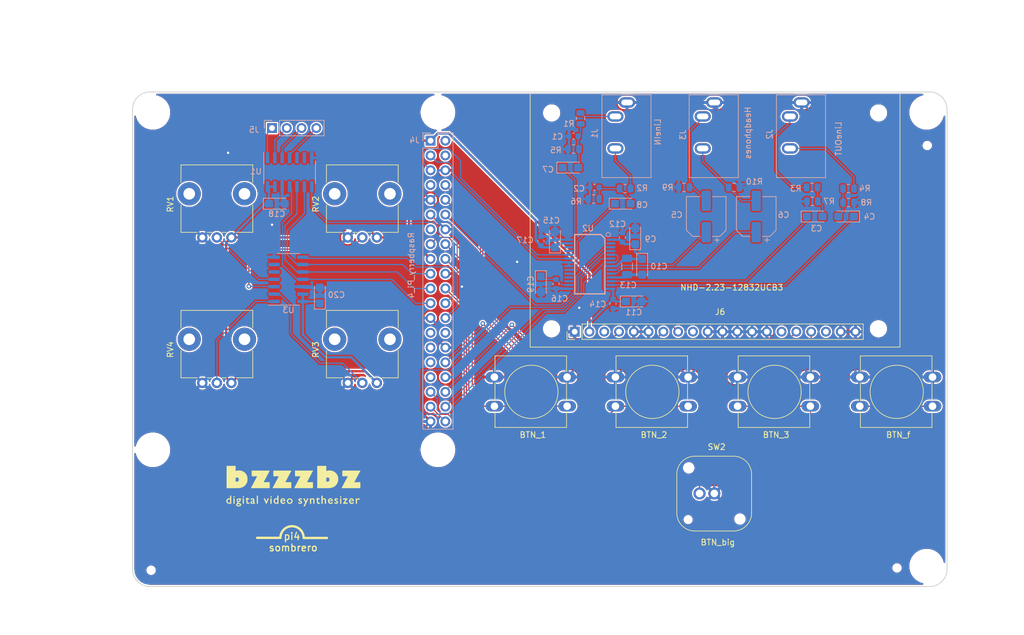
<source format=kicad_pcb>
(kicad_pcb (version 20171130) (host pcbnew 5.1.5+dfsg1-2build2)
  (layers (0 F.Cu signal) (31 B.Cu signal hide) (34 B.Paste user) (35 F.Paste user) (36 B.SilkS user) (37 F.SilkS user) (38 B.Mask user) (39 F.Mask user) (44 Edge.Cuts user))
  (net 0 "")
  (net 1 GNDA)
  (net 2 "Net-(C1-Pad1)")
  (net 3 "Net-(C2-Pad1)")
  (net 4 "Net-(C3-Pad2)")
  (net 5 /LOUT)
  (net 6 "Net-(C4-Pad2)")
  (net 7 /ROUT)
  (net 8 "Net-(C5-Pad2)")
  (net 9 /LHPOUT)
  (net 10 "Net-(C6-Pad2)")
  (net 11 /RHPOUT)
  (net 12 /LLINEIN)
  (net 13 /RLINEIN)
  (net 14 GNDD)
  (net 15 +3V3)
  (net 16 "Net-(C16-Pad2)")
  (net 17 /DACDAT)
  (net 18 /ADCDAT)
  (net 19 /BTN_3)
  (net 20 /D_DC)
  (net 21 /LRC)
  (net 22 "Net-(J4-Pad33)")
  (net 23 /D_CE)
  (net 24 "Net-(J4-Pad31)")
  (net 25 "Net-(J4-Pad29)")
  (net 26 "Net-(J4-Pad28)")
  (net 27 "Net-(J4-Pad27)")
  (net 28 /SPI0_CS1)
  (net 29 /SPI0_CS0)
  (net 30 /SCLK0)
  (net 31 /BTN_2)
  (net 32 /MISO0)
  (net 33 /MOSI0)
  (net 34 /BTN_1)
  (net 35 /BTN_big)
  (net 36 /BTN_f)
  (net 37 "Net-(J4-Pad13)")
  (net 38 /BCLK)
  (net 39 /D_RES)
  (net 40 /D_SCLK)
  (net 41 /D_MOSI)
  (net 42 "Net-(J4-Pad7)")
  (net 43 /SCLK)
  (net 44 "Net-(J4-Pad4)")
  (net 45 /SDAT)
  (net 46 "Net-(J4-Pad2)")
  (net 47 "Net-(J5-Pad4)")
  (net 48 "Net-(J5-Pad3)")
  (net 49 "Net-(J5-Pad2)")
  (net 50 "Net-(J5-Pad1)")
  (net 51 "Net-(J6-Pad18)")
  (net 52 "Net-(J6-Pad15)")
  (net 53 "Net-(J6-Pad9)")
  (net 54 "Net-(J6-Pad3)")
  (net 55 "Net-(J1-Pad3)")
  (net 56 "Net-(J1-Pad2)")
  (net 57 "Net-(J2-Pad3)")
  (net 58 "Net-(J2-Pad2)")
  (net 59 /CTRL_D)
  (net 60 /CTRL_C)
  (net 61 /CTRL_B)
  (net 62 /CTRL_A)
  (net 63 "Net-(U1-Pad6)")
  (net 64 "Net-(U1-Pad5)")
  (net 65 "Net-(U2-Pad26)")
  (net 66 "Net-(U2-Pad25)")
  (net 67 "Net-(U2-Pad18)")
  (net 68 "Net-(U2-Pad17)")
  (net 69 "Net-(U2-Pad2)")
  (net 70 "Net-(U3-Pad6)")
  (net 71 "Net-(U3-Pad5)")
  (module Capacitor_Tantalum_SMD:CP_EIA-3216-18_Kemet-A (layer B.Cu) (at 150.18 78.04 270)
    (fp_text reference C19 (at 0 1.75 90) (layer B.SilkS) (effects (justify mirror)))
    (fp_text value 10uF)
    (pad 2 smd roundrect (at 1.35 0 270) (size 1.4 1.35) (layers B.Cu B.Paste B.Mask) (roundrect_rratio 0.185185) (net 1 GNDA))
    (pad 1 smd roundrect (at -1.35 0 270) (size 1.4 1.35) (layers B.Cu B.Paste B.Mask) (roundrect_rratio 0.185185) (net 16 "Net-(C16-Pad2)"))
  )
  (module custom:logo (layer F.Cu) (at 107.78 112)
    (fp_text reference G*** hide)
    (fp_text value LOGO hide)
  )
  (module Capacitor_SMD:C_0603_1608Metric (layer B.Cu) (at 162.6 81.4 270)
    (fp_text reference C14 (at 0.07 2.64 180) (layer B.SilkS) (effects (justify mirror)))
    (fp_text value 0.1uF)
    (pad 2 smd roundrect (at 0.7875 0 270) (size 0.875 0.95) (layers B.Cu B.Paste B.Mask) (net 1 GNDA))
    (pad 1 smd roundrect (at -0.7875 0 270) (size 0.875 0.95) (layers B.Cu B.Paste B.Mask) (net 15 +3V3))
  )
  (module Package_SO:SOIC-14_3.9x8.7mm_P1.27mm (layer B.Cu) (at 106.8 77.2)
    (fp_text reference U3 (at 0 5.28) (layer B.SilkS) (effects (justify mirror)))
    (fp_text value MCP3004)
    (pad 14 smd roundrect (at 2.475 3.81) (size 1.95 0.6) (layers B.Cu B.Paste B.Mask) (net 15 +3V3))
    (pad 13 smd roundrect (at 2.475 2.54) (size 1.95 0.6) (layers B.Cu B.Paste B.Mask) (net 15 +3V3))
    (pad 12 smd roundrect (at 2.475 1.27) (size 1.95 0.6) (layers B.Cu B.Paste B.Mask) (net 1 GNDA))
    (pad 11 smd roundrect (at 2.475 0) (size 1.95 0.6) (layers B.Cu B.Paste B.Mask) (net 30 /SCLK0))
    (pad 10 smd roundrect (at 2.475 -1.27) (size 1.95 0.6) (layers B.Cu B.Paste B.Mask) (net 32 /MISO0))
    (pad 9 smd roundrect (at 2.475 -2.54) (size 1.95 0.6) (layers B.Cu B.Paste B.Mask) (net 33 /MOSI0))
    (pad 8 smd roundrect (at 2.475 -3.81) (size 1.95 0.6) (layers B.Cu B.Paste B.Mask) (net 29 /SPI0_CS0))
    (pad 7 smd roundrect (at -2.475 -3.81) (size 1.95 0.6) (layers B.Cu B.Paste B.Mask) (net 14 GNDD))
    (pad 6 smd roundrect (at -2.475 -2.54) (size 1.95 0.6) (layers B.Cu B.Paste B.Mask) (net 70 "Net-(U3-Pad6)"))
    (pad 5 smd roundrect (at -2.475 -1.27) (size 1.95 0.6) (layers B.Cu B.Paste B.Mask) (net 71 "Net-(U3-Pad5)"))
    (pad 4 smd roundrect (at -2.475 0) (size 1.95 0.6) (layers B.Cu B.Paste B.Mask) (net 59 /CTRL_D))
    (pad 3 smd roundrect (at -2.475 1.27) (size 1.95 0.6) (layers B.Cu B.Paste B.Mask) (net 60 /CTRL_C))
    (pad 2 smd roundrect (at -2.475 2.54) (size 1.95 0.6) (layers B.Cu B.Paste B.Mask) (net 61 /CTRL_B))
    (pad 1 smd roundrect (at -2.475 3.81) (size 1.95 0.6) (layers B.Cu B.Paste B.Mask) (net 62 /CTRL_A))
  )
  (module Package_SO:SOIC-14_3.9x8.7mm_P1.27mm (layer B.Cu) (at 107 58.8 270)
    (fp_text reference U1 (at -0.15 5.8 180) (layer B.SilkS) (effects (justify mirror)))
    (fp_text value MCP3004)
    (pad 14 smd roundrect (at 2.475 3.81 270) (size 1.95 0.6) (layers B.Cu B.Paste B.Mask) (net 15 +3V3))
    (pad 13 smd roundrect (at 2.475 2.54 270) (size 1.95 0.6) (layers B.Cu B.Paste B.Mask) (net 15 +3V3))
    (pad 12 smd roundrect (at 2.475 1.27 270) (size 1.95 0.6) (layers B.Cu B.Paste B.Mask) (net 1 GNDA))
    (pad 11 smd roundrect (at 2.475 0 270) (size 1.95 0.6) (layers B.Cu B.Paste B.Mask) (net 30 /SCLK0))
    (pad 10 smd roundrect (at 2.475 -1.27 270) (size 1.95 0.6) (layers B.Cu B.Paste B.Mask) (net 32 /MISO0))
    (pad 9 smd roundrect (at 2.475 -2.54 270) (size 1.95 0.6) (layers B.Cu B.Paste B.Mask) (net 33 /MOSI0))
    (pad 8 smd roundrect (at 2.475 -3.81 270) (size 1.95 0.6) (layers B.Cu B.Paste B.Mask) (net 28 /SPI0_CS1))
    (pad 7 smd roundrect (at -2.475 -3.81 270) (size 1.95 0.6) (layers B.Cu B.Paste B.Mask) (net 14 GNDD))
    (pad 6 smd roundrect (at -2.475 -2.54 270) (size 1.95 0.6) (layers B.Cu B.Paste B.Mask) (net 63 "Net-(U1-Pad6)"))
    (pad 5 smd roundrect (at -2.475 -1.27 270) (size 1.95 0.6) (layers B.Cu B.Paste B.Mask) (net 64 "Net-(U1-Pad5)"))
    (pad 4 smd roundrect (at -2.475 0 270) (size 1.95 0.6) (layers B.Cu B.Paste B.Mask) (net 47 "Net-(J5-Pad4)"))
    (pad 3 smd roundrect (at -2.475 1.27 270) (size 1.95 0.6) (layers B.Cu B.Paste B.Mask) (net 48 "Net-(J5-Pad3)"))
    (pad 2 smd roundrect (at -2.475 2.54 270) (size 1.95 0.6) (layers B.Cu B.Paste B.Mask) (net 49 "Net-(J5-Pad2)"))
    (pad 1 smd roundrect (at -2.475 3.81 270) (size 1.95 0.6) (layers B.Cu B.Paste B.Mask) (net 50 "Net-(J5-Pad1)"))
  )
  (module Capacitor_Tantalum_SMD:CP_EIA-3216-18_Kemet-A (layer B.Cu) (at 112.2 80 90)
    (fp_text reference C20 (at 0.13 2.85 180) (layer B.SilkS) (effects (justify mirror)))
    (fp_text value 1uF)
    (pad 2 smd roundrect (at 1.35 0 90) (size 1.4 1.35) (layers B.Cu B.Paste B.Mask) (roundrect_rratio 0.185185) (net 1 GNDA))
    (pad 1 smd roundrect (at -1.35 0 90) (size 1.4 1.35) (layers B.Cu B.Paste B.Mask) (roundrect_rratio 0.185185) (net 15 +3V3))
  )
  (module Capacitor_Tantalum_SMD:CP_EIA-3216-18_Kemet-A (layer B.Cu) (at 104.8 64.2)
    (fp_text reference C18 (at 0 1.75) (layer B.SilkS) (effects (justify mirror)))
    (fp_text value 1uF)
    (pad 2 smd roundrect (at 1.35 0) (size 1.4 1.35) (layers B.Cu B.Paste B.Mask) (roundrect_rratio 0.185185) (net 1 GNDA))
    (pad 1 smd roundrect (at -1.35 0) (size 1.4 1.35) (layers B.Cu B.Paste B.Mask) (roundrect_rratio 0.185185) (net 15 +3V3))
  )
  (module custom:Display_NHD-2.23-12832 (layer F.Cu) (at 156 86.2)
    (fp_text reference J6 (at 25 -3.4 180) (layer F.SilkS))
    (fp_text value NHD-2.23-12832UCB3 (at 27 -7.6) (layer F.SilkS))
    (pad 20 thru_hole oval (at 48.26 0 90) (size 1.7 1.7) (drill 1) (layers *.Cu *.Mask) (net 14 GNDD))
    (pad 19 thru_hole oval (at 45.72 0 90) (size 1.7 1.7) (drill 1) (layers *.Cu *.Mask) (net 14 GNDD))
    (pad 18 thru_hole oval (at 43.18 0 90) (size 1.7 1.7) (drill 1) (layers *.Cu *.Mask) (net 51 "Net-(J6-Pad18)"))
    (pad 17 thru_hole oval (at 40.64 0 90) (size 1.7 1.7) (drill 1) (layers *.Cu *.Mask) (net 23 /D_CE))
    (pad 16 thru_hole oval (at 38.1 0 90) (size 1.7 1.7) (drill 1) (layers *.Cu *.Mask) (net 39 /D_RES))
    (pad 15 thru_hole oval (at 35.56 0 90) (size 1.7 1.7) (drill 1) (layers *.Cu *.Mask) (net 52 "Net-(J6-Pad15)"))
    (pad 14 thru_hole oval (at 33.02 0 90) (size 1.7 1.7) (drill 1) (layers *.Cu *.Mask) (net 14 GNDD))
    (pad 13 thru_hole oval (at 30.48 0 90) (size 1.7 1.7) (drill 1) (layers *.Cu *.Mask) (net 14 GNDD))
    (pad 12 thru_hole oval (at 27.94 0 90) (size 1.7 1.7) (drill 1) (layers *.Cu *.Mask) (net 14 GNDD))
    (pad 11 thru_hole oval (at 25.4 0 90) (size 1.7 1.7) (drill 1) (layers *.Cu *.Mask) (net 14 GNDD))
    (pad 10 thru_hole oval (at 22.86 0 90) (size 1.7 1.7) (drill 1) (layers *.Cu *.Mask) (net 14 GNDD))
    (pad 9 thru_hole oval (at 20.32 0 90) (size 1.7 1.7) (drill 1) (layers *.Cu *.Mask) (net 53 "Net-(J6-Pad9)"))
    (pad 8 thru_hole oval (at 17.78 0 90) (size 1.7 1.7) (drill 1) (layers *.Cu *.Mask) (net 41 /D_MOSI))
    (pad 7 thru_hole oval (at 15.24 0 90) (size 1.7 1.7) (drill 1) (layers *.Cu *.Mask) (net 40 /D_SCLK))
    (pad 6 thru_hole oval (at 12.7 0 90) (size 1.7 1.7) (drill 1) (layers *.Cu *.Mask) (net 14 GNDD))
    (pad 5 thru_hole oval (at 10.16 0 90) (size 1.7 1.7) (drill 1) (layers *.Cu *.Mask) (net 14 GNDD))
    (pad 4 thru_hole oval (at 7.62 0) (size 1.7 1.7) (drill 1) (layers *.Cu *.Mask) (net 20 /D_DC))
    (pad 3 thru_hole oval (at 5.08 0 90) (size 1.7 1.7) (drill 1) (layers *.Cu *.Mask) (net 54 "Net-(J6-Pad3)"))
    (pad 2 thru_hole oval (at 2.54 0 90) (size 1.7 1.7) (drill 1) (layers *.Cu *.Mask) (net 15 +3V3))
    (pad 1 thru_hole rect (at 0 0 180) (size 1.7 1.7) (drill 1) (layers *.Cu *.Mask) (net 14 GNDD))
  )
  (module Capacitor_SMD:C_1206_3216Metric (layer B.Cu) (at 165 75 270)
    (fp_text reference C13 (at 3.2 -0.2 180) (layer B.SilkS) (effects (justify mirror)))
    (fp_text value 0.1uF)
    (pad 2 smd roundrect (at 1.4 0 270) (size 1.25 1.75) (layers B.Cu B.Paste B.Mask) (roundrect_rratio 0.2) (net 1 GNDA))
    (pad 1 smd roundrect (at -1.4 0 270) (size 1.25 1.75) (layers B.Cu B.Paste B.Mask) (roundrect_rratio 0.2) (net 15 +3V3))
  )
  (module Potentiometer_THT:Potentiometer_Alps_RK09L_Single_Vertical (layer F.Cu) (at 97 70 90)
    (fp_text reference RV1 (at 5.725 -10.5 90) (layer F.SilkS))
    (fp_text value 10k)
    (pad "" np_thru_hole circle (at 7.5 2.25 90) (size 4 4) (drill 2) (layers *.Cu *.Mask))
    (pad "" np_thru_hole circle (at 7.5 -7.25 90) (size 4 4) (drill 2) (layers *.Cu *.Mask))
    (pad 1 thru_hole circle (at 0 0 90) (size 1.8 1.8) (drill 1) (layers *.Cu *.Mask) (net 15 +3V3))
    (pad 2 thru_hole circle (at 0 -2.5 90) (size 1.8 1.8) (drill 1) (layers *.Cu *.Mask) (net 59 /CTRL_D))
    (pad 3 thru_hole circle (at 0 -5 90) (size 1.8 1.8) (drill 1) (layers *.Cu *.Mask) (net 1 GNDA))
  )
  (module Potentiometer_THT:Potentiometer_Alps_RK09L_Single_Vertical (layer F.Cu) (at 97 95 90)
    (fp_text reference RV4 (at 5.725 -10.5 90) (layer F.SilkS))
    (fp_text value 10k)
    (pad "" np_thru_hole circle (at 7.5 2.25 90) (size 4 4) (drill 2) (layers *.Cu *.Mask))
    (pad "" np_thru_hole circle (at 7.5 -7.25 90) (size 4 4) (drill 2) (layers *.Cu *.Mask))
    (pad 1 thru_hole circle (at 0 0 90) (size 1.8 1.8) (drill 1) (layers *.Cu *.Mask) (net 15 +3V3))
    (pad 2 thru_hole circle (at 0 -2.5 90) (size 1.8 1.8) (drill 1) (layers *.Cu *.Mask) (net 62 /CTRL_A))
    (pad 3 thru_hole circle (at 0 -5 90) (size 1.8 1.8) (drill 1) (layers *.Cu *.Mask) (net 1 GNDA))
  )
  (module Potentiometer_THT:Potentiometer_Alps_RK09L_Single_Vertical (layer F.Cu) (at 122 95 90)
    (fp_text reference RV3 (at 5.725 -10.5 90) (layer F.SilkS))
    (fp_text value 10k)
    (pad "" np_thru_hole circle (at 7.5 2.25 90) (size 4 4) (drill 2) (layers *.Cu *.Mask))
    (pad "" np_thru_hole circle (at 7.5 -7.25 90) (size 4 4) (drill 2) (layers *.Cu *.Mask))
    (pad 1 thru_hole circle (at 0 0 90) (size 1.8 1.8) (drill 1) (layers *.Cu *.Mask) (net 15 +3V3))
    (pad 2 thru_hole circle (at 0 -2.5 90) (size 1.8 1.8) (drill 1) (layers *.Cu *.Mask) (net 61 /CTRL_B))
    (pad 3 thru_hole circle (at 0 -5 90) (size 1.8 1.8) (drill 1) (layers *.Cu *.Mask) (net 1 GNDA))
  )
  (module Potentiometer_THT:Potentiometer_Alps_RK09L_Single_Vertical (layer F.Cu) (at 122 70 90)
    (fp_text reference RV2 (at 5.725 -10.5 90) (layer F.SilkS))
    (fp_text value 10k)
    (pad "" np_thru_hole circle (at 7.5 2.25 90) (size 4 4) (drill 2) (layers *.Cu *.Mask))
    (pad "" np_thru_hole circle (at 7.5 -7.25 90) (size 4 4) (drill 2) (layers *.Cu *.Mask))
    (pad 1 thru_hole circle (at 0 0 90) (size 1.8 1.8) (drill 1) (layers *.Cu *.Mask) (net 15 +3V3))
    (pad 2 thru_hole circle (at 0 -2.5 90) (size 1.8 1.8) (drill 1) (layers *.Cu *.Mask) (net 60 /CTRL_C))
    (pad 3 thru_hole circle (at 0 -5 90) (size 1.8 1.8) (drill 1) (layers *.Cu *.Mask) (net 1 GNDA))
  )
  (module custom:Tooling_Hole_1.152mm_JLCPCB_assembly (layer F.Cu) (at 211.4 126.8)
    (fp_text reference REF** hide)
    (fp_text value Tooling_Hole_1.152mm_JLCPCB_assembly hide)
    (pad "" np_thru_hole circle (at 0 0) (size 1.152 1.152) (drill 1.152) (layers *.Cu *.Mask) (clearance 0.148))
  )
  (module custom:Tooling_Hole_1.152mm_JLCPCB_assembly (layer F.Cu) (at 216.6 54.2)
    (fp_text reference REF** hide)
    (fp_text value Tooling_Hole_1.152mm_JLCPCB_assembly hide)
    (pad "" np_thru_hole circle (at 0 0) (size 1.152 1.152) (drill 1.152) (layers *.Cu *.Mask) (clearance 0.148))
  )
  (module custom:Tooling_Hole_1.152mm_JLCPCB_assembly (layer F.Cu) (at 83.2 127.2)
    (fp_text reference REF** hide)
    (fp_text value Tooling_Hole_1.152mm_JLCPCB_assembly hide)
    (pad "" np_thru_hole circle (at 0 0) (size 1.152 1.152) (drill 1.152) (layers *.Cu *.Mask) (clearance 0.148))
  )
  (module MountingHole:MountingHole_2.5mm_clearance_0.5mm (layer F.Cu) (at 152.025 85.7)
    (fp_text reference REF** hide)
    (fp_text value MountingHole_2.5mm_clearance_0.5mm hide)
    (pad "" np_thru_hole circle (at 0 0) (size 2.5 2.5) (drill 2.5) (layers *.Cu *.Mask))
  )
  (module MountingHole:MountingHole_2.5mm_clearance_0.5mm (layer F.Cu) (at 152.04 48.6)
    (fp_text reference REF** hide)
    (fp_text value MountingHole_2.5mm_clearance_0.5mm hide)
    (pad "" np_thru_hole circle (at 0 0) (size 2.5 2.5) (drill 2.5) (layers *.Cu *.Mask))
  )
  (module MountingHole:MountingHole_2.5mm_clearance_0.5mm (layer F.Cu) (at 208.203 85.694)
    (fp_text reference REF** hide)
    (fp_text value MountingHole_2.5mm_clearance_0.5mm hide)
    (pad "" np_thru_hole circle (at 0 0) (size 2.5 2.5) (drill 2.5) (layers *.Cu *.Mask))
  )
  (module MountingHole:MountingHole_2.5mm_clearance_0.5mm (layer F.Cu) (at 208.225 48.6)
    (fp_text reference REF** hide)
    (fp_text value MountingHole_2.5mm_clearance_0.5mm hide)
    (pad "" np_thru_hole circle (at 0 0) (size 2.5 2.5) (drill 2.5) (layers *.Cu *.Mask))
  )
  (module MountingHole:MountingHole_2.7mm (layer F.Cu) (at 216.5 126.5)
    (fp_text reference REF** hide)
    (fp_text value MountingHole_2.7mm hide)
    (pad "" np_thru_hole circle (at 0 0) (size 2.7 2.7) (drill 2.7) (layers *.Cu *.Mask))
  )
  (module MountingHole:MountingHole_2.7mm (layer F.Cu) (at 216.5 48.5)
    (fp_text reference REF** hide)
    (fp_text value MountingHole_2.7mm hide)
    (pad "" np_thru_hole circle (at 0 0) (size 2.7 2.7) (drill 2.7) (layers *.Cu *.Mask))
  )
  (module "" (layer F.Cu) (at 84.2 50.4)
    (fp_text reference "" (at 131.23 53.37) (layer F.SilkS) (effects (font (size 1.27 1.27))))
    (fp_text value "" (at 131.23 53.37) (layer F.SilkS) (effects (font (size 1.27 1.27))))
  )
  (module custom:PinHeader_2x20_P2.54mm_Vertical_RaspberryPI_HAT (layer B.Cu) (at 131.23 53.37 180)
    (fp_text reference J4 (at 2.77 0.08 180) (layer B.SilkS) (effects (justify mirror)))
    (fp_text value Raspberry_Pi_4 (at 3.33 -21.42 270) (layer B.SilkS) (effects (justify mirror)))
    (pad 1 thru_hole rect (at 0 0 180) (size 1.7 1.7) (drill 1) (layers *.Cu *.Mask) (net 15 +3V3))
    (pad 2 thru_hole oval (at -2.54 0 180) (size 1.7 1.7) (drill 1) (layers *.Cu *.Mask) (net 46 "Net-(J4-Pad2)"))
    (pad 3 thru_hole oval (at 0 -2.54 180) (size 1.7 1.7) (drill 1) (layers *.Cu *.Mask) (net 45 /SDAT))
    (pad 4 thru_hole oval (at -2.54 -2.54 180) (size 1.7 1.7) (drill 1) (layers *.Cu *.Mask) (net 44 "Net-(J4-Pad4)"))
    (pad 5 thru_hole oval (at 0 -5.08 180) (size 1.7 1.7) (drill 1) (layers *.Cu *.Mask) (net 43 /SCLK))
    (pad 6 thru_hole oval (at -2.54 -5.08 180) (size 1.7 1.7) (drill 1) (layers *.Cu *.Mask) (net 14 GNDD))
    (pad 7 thru_hole oval (at 0 -7.62 180) (size 1.7 1.7) (drill 1) (layers *.Cu *.Mask) (net 42 "Net-(J4-Pad7)"))
    (pad 8 thru_hole oval (at -2.54 -7.62 180) (size 1.7 1.7) (drill 1) (layers *.Cu *.Mask) (net 41 /D_MOSI))
    (pad 9 thru_hole oval (at 0 -10.16 180) (size 1.7 1.7) (drill 1) (layers *.Cu *.Mask) (net 14 GNDD))
    (pad 10 thru_hole oval (at -2.54 -10.16 180) (size 1.7 1.7) (drill 1) (layers *.Cu *.Mask) (net 40 /D_SCLK))
    (pad 11 thru_hole oval (at 0 -12.7 180) (size 1.7 1.7) (drill 1) (layers *.Cu *.Mask) (net 39 /D_RES))
    (pad 12 thru_hole oval (at -2.54 -12.7 180) (size 1.7 1.7) (drill 1) (layers *.Cu *.Mask) (net 38 /BCLK))
    (pad 13 thru_hole oval (at 0 -15.24 180) (size 1.7 1.7) (drill 1) (layers *.Cu *.Mask) (net 37 "Net-(J4-Pad13)"))
    (pad 14 thru_hole oval (at -2.54 -15.24 180) (size 1.7 1.7) (drill 1) (layers *.Cu *.Mask) (net 14 GNDD))
    (pad 15 thru_hole oval (at 0 -17.78 180) (size 1.7 1.7) (drill 1) (layers *.Cu *.Mask) (net 36 /BTN_f))
    (pad 16 thru_hole oval (at -2.54 -17.78 180) (size 1.7 1.7) (drill 1) (layers *.Cu *.Mask) (net 35 /BTN_big))
    (pad 17 thru_hole oval (at 0 -20.32 180) (size 1.7 1.7) (drill 1) (layers *.Cu *.Mask) (net 15 +3V3))
    (pad 18 thru_hole oval (at -2.54 -20.32 180) (size 1.7 1.7) (drill 1) (layers *.Cu *.Mask) (net 34 /BTN_1))
    (pad 19 thru_hole oval (at 0 -22.86 180) (size 1.7 1.7) (drill 1) (layers *.Cu *.Mask) (net 33 /MOSI0))
    (pad 20 thru_hole oval (at -2.54 -22.86 180) (size 1.7 1.7) (drill 1) (layers *.Cu *.Mask) (net 14 GNDD))
    (pad 21 thru_hole oval (at 0 -25.4 180) (size 1.7 1.7) (drill 1) (layers *.Cu *.Mask) (net 32 /MISO0))
    (pad 22 thru_hole oval (at -2.54 -25.4 180) (size 1.7 1.7) (drill 1) (layers *.Cu *.Mask) (net 31 /BTN_2))
    (pad 23 thru_hole oval (at 0 -27.94 180) (size 1.7 1.7) (drill 1) (layers *.Cu *.Mask) (net 30 /SCLK0))
    (pad 24 thru_hole oval (at -2.54 -27.94 180) (size 1.7 1.7) (drill 1) (layers *.Cu *.Mask) (net 29 /SPI0_CS0))
    (pad 25 thru_hole oval (at 0 -30.48 180) (size 1.7 1.7) (drill 1) (layers *.Cu *.Mask) (net 1 GNDA))
    (pad 26 thru_hole oval (at -2.54 -30.48 180) (size 1.7 1.7) (drill 1) (layers *.Cu *.Mask) (net 28 /SPI0_CS1))
    (pad 27 thru_hole oval (at 0 -33.02 180) (size 1.7 1.7) (drill 1) (layers *.Cu *.Mask) (net 27 "Net-(J4-Pad27)"))
    (pad 28 thru_hole oval (at -2.54 -33.02 180) (size 1.7 1.7) (drill 1) (layers *.Cu *.Mask) (net 26 "Net-(J4-Pad28)"))
    (pad 29 thru_hole oval (at 0 -35.56 180) (size 1.7 1.7) (drill 1) (layers *.Cu *.Mask) (net 25 "Net-(J4-Pad29)"))
    (pad 30 thru_hole oval (at -2.54 -35.56 180) (size 1.7 1.7) (drill 1) (layers *.Cu *.Mask) (net 1 GNDA))
    (pad 31 thru_hole oval (at 0 -38.1 180) (size 1.7 1.7) (drill 1) (layers *.Cu *.Mask) (net 24 "Net-(J4-Pad31)"))
    (pad 32 thru_hole oval (at -2.54 -38.1 180) (size 1.7 1.7) (drill 1) (layers *.Cu *.Mask) (net 23 /D_CE))
    (pad 33 thru_hole oval (at 0 -40.64 180) (size 1.7 1.7) (drill 1) (layers *.Cu *.Mask) (net 22 "Net-(J4-Pad33)"))
    (pad 34 thru_hole oval (at -2.54 -40.64 180) (size 1.7 1.7) (drill 1) (layers *.Cu *.Mask) (net 1 GNDA))
    (pad 35 thru_hole oval (at 0 -43.18 180) (size 1.7 1.7) (drill 1) (layers *.Cu *.Mask) (net 21 /LRC))
    (pad 36 thru_hole oval (at -2.54 -43.18 180) (size 1.7 1.7) (drill 1) (layers *.Cu *.Mask) (net 20 /D_DC))
    (pad 37 thru_hole oval (at 0 -45.72 180) (size 1.7 1.7) (drill 1) (layers *.Cu *.Mask) (net 19 /BTN_3))
    (pad 38 thru_hole oval (at -2.54 -45.72 180) (size 1.7 1.7) (drill 1) (layers *.Cu *.Mask) (net 18 /ADCDAT))
    (pad 39 thru_hole oval (at 0 -48.26 180) (size 1.7 1.7) (drill 1) (layers *.Cu *.Mask) (net 1 GNDA))
    (pad 40 thru_hole oval (at -2.54 -48.26 180) (size 1.7 1.7) (drill 1) (layers *.Cu *.Mask) (net 17 /DACDAT))
  )
  (module custom:Jack_3.5mm_CUI_SJ1-3533NG_Horizontal (layer B.Cu) (at 180 46.8 180)
    (fp_text reference J3 (at 5.4 -5.56 270) (layer B.SilkS) (effects (justify mirror)))
    (fp_text value Headphones (at -5.77 -5.24 90) (layer B.SilkS) (effects (justify mirror)))
    (pad 2 thru_hole oval (at 2 -7.9 180) (size 2.8 1.8) (drill oval 2 1) (layers *.Cu *.Mask) (net 10 "Net-(C6-Pad2)"))
    (pad 3 thru_hole oval (at 2 -2.4 180) (size 2.8 1.8) (drill oval 2 1) (layers *.Cu *.Mask) (net 8 "Net-(C5-Pad2)"))
    (pad 1 thru_hole oval (at 0 0 180) (size 2.8 1.8) (drill oval 2 1) (layers *.Cu *.Mask) (net 1 GNDA))
  )
  (module custom:Jack_3.5mm_CUI_SJ1-3533NG_Horizontal (layer B.Cu) (at 195 46.8 180)
    (fp_text reference J2 (at 5.5 -5.47 270) (layer B.SilkS) (effects (justify mirror)))
    (fp_text value LineOUT (at -6.35 -6.25 90) (layer B.SilkS) (effects (justify mirror)))
    (pad 2 thru_hole oval (at 2 -7.9 180) (size 2.8 1.8) (drill oval 2 1) (layers *.Cu *.Mask) (net 58 "Net-(J2-Pad2)"))
    (pad 3 thru_hole oval (at 2 -2.4 180) (size 2.8 1.8) (drill oval 2 1) (layers *.Cu *.Mask) (net 57 "Net-(J2-Pad3)"))
    (pad 1 thru_hole oval (at 0 0 180) (size 2.8 1.8) (drill oval 2 1) (layers *.Cu *.Mask) (net 1 GNDA))
  )
  (module custom:Jack_3.5mm_CUI_SJ1-3533NG_Horizontal (layer B.Cu) (at 165 46.8 180)
    (fp_text reference J1 (at 5.57 -5.36 270) (layer B.SilkS) (effects (justify mirror)))
    (fp_text value LineIN (at -5.26 -5.07 90) (layer B.SilkS) (effects (justify mirror)))
    (pad 2 thru_hole oval (at 2 -7.9 180) (size 2.8 1.8) (drill oval 2 1) (layers *.Cu *.Mask) (net 56 "Net-(J1-Pad2)"))
    (pad 3 thru_hole oval (at 2 -2.4 180) (size 2.8 1.8) (drill oval 2 1) (layers *.Cu *.Mask) (net 55 "Net-(J1-Pad3)"))
    (pad 1 thru_hole oval (at 0 0 180) (size 2.8 1.8) (drill oval 2 1) (layers *.Cu *.Mask) (net 1 GNDA))
  )
  (module custom:SW_PUSH-12mm+3d (layer F.Cu) (at 142.2 94)
    (fp_text reference SW3 hide)
    (fp_text value BTN_1 (at 6.62 9.93) (layer F.SilkS))
    (pad 2 thru_hole oval (at 0 5) (size 3.048 1.85) (drill 1.3) (layers *.Cu *.Mask) (net 34 /BTN_1))
    (pad 1 thru_hole oval (at 0 0) (size 3.048 1.85) (drill 1.3) (layers *.Cu *.Mask) (net 14 GNDD))
    (pad 2 thru_hole oval (at 12.5 5) (size 3.048 1.85) (drill 1.3) (layers *.Cu *.Mask) (net 34 /BTN_1))
    (pad 1 thru_hole oval (at 12.5 0) (size 3.048 1.85) (drill 1.3) (layers *.Cu *.Mask) (net 14 GNDD))
  )
  (module Capacitor_Tantalum_SMD:CP_EIA-3216-18_Kemet-A (layer B.Cu) (at 152.6 70.35 90)
    (fp_text reference C15 (at 3.27 -0.61 180) (layer B.SilkS) (effects (justify mirror)))
    (fp_text value 10uF)
    (pad 2 smd roundrect (at 1.35 0 90) (size 1.4 1.35) (layers B.Cu B.Paste B.Mask) (roundrect_rratio 0.185185) (net 14 GNDD))
    (pad 1 smd roundrect (at -1.35 0 90) (size 1.4 1.35) (layers B.Cu B.Paste B.Mask) (roundrect_rratio 0.185185) (net 15 +3V3))
  )
  (module Capacitor_Tantalum_SMD:CP_EIA-3216-18_Kemet-A (layer B.Cu) (at 166.15 81)
    (fp_text reference C11 (at -0.01 1.86) (layer B.SilkS) (effects (justify mirror)))
    (fp_text value 10uF)
    (pad 2 smd roundrect (at 1.35 0) (size 1.4 1.35) (layers B.Cu B.Paste B.Mask) (roundrect_rratio 0.185185) (net 1 GNDA))
    (pad 1 smd roundrect (at -1.35 0) (size 1.4 1.35) (layers B.Cu B.Paste B.Mask) (roundrect_rratio 0.185185) (net 15 +3V3))
  )
  (module Capacitor_SMD:C_0603_1608Metric (layer B.Cu) (at 155.8 52.6 180)
    (fp_text reference C1 (at 2.8 -0.06) (layer B.SilkS) (effects (justify mirror)))
    (fp_text value 220pF)
    (pad 2 smd roundrect (at 0.7875 0 180) (size 0.875 0.95) (layers B.Cu B.Paste B.Mask) (net 1 GNDA))
    (pad 1 smd roundrect (at -0.7875 0 180) (size 0.875 0.95) (layers B.Cu B.Paste B.Mask) (net 2 "Net-(C1-Pad1)"))
  )
  (module Resistor_SMD:R_0805_2012Metric (layer B.Cu) (at 203.0625 61.6)
    (fp_text reference R4 (at 2.8075 -0.02) (layer B.SilkS) (effects (justify mirror)))
    (fp_text value 100)
    (pad 2 smd roundrect (at 0.9375 0) (size 0.975 1.4) (layers B.Cu B.Paste B.Mask) (net 58 "Net-(J2-Pad2)"))
    (pad 1 smd roundrect (at -0.9375 0) (size 0.975 1.4) (layers B.Cu B.Paste B.Mask) (net 6 "Net-(C4-Pad2)"))
  )
  (module Capacitor_Tantalum_SMD:CP_EIA-3216-18_Kemet-A (layer B.Cu) (at 166.4 69.8 90)
    (fp_text reference C9 (at -0.48 2.64 180) (layer B.SilkS) (effects (justify mirror)))
    (fp_text value 10uF)
    (pad 2 smd roundrect (at 1.35 0 90) (size 1.4 1.35) (layers B.Cu B.Paste B.Mask) (roundrect_rratio 0.185185) (net 14 GNDD))
    (pad 1 smd roundrect (at -1.35 0 90) (size 1.4 1.35) (layers B.Cu B.Paste B.Mask) (roundrect_rratio 0.185185) (net 15 +3V3))
  )
  (module custom:SW_PUSH_e-switch_PB300_SPST_12x12 (layer F.Cu) (at 180 114)
    (fp_text reference SW2 (at 0.4 -8) (layer F.SilkS))
    (fp_text value BTN_big (at 0.6 8.4) (layer F.SilkS))
    (pad "" np_thru_hole circle (at -4.4 -4.4) (size 1.5 1.5) (drill 1.5) (layers *.Cu *.Mask))
    (pad "" np_thru_hole circle (at 4.4 4.4) (size 1.5 1.5) (drill 1.5) (layers *.Cu *.Mask))
    (pad "" np_thru_hole circle (at -4.5 4.5) (size 1.1 1.1) (drill 1.1) (layers *.Cu *.Mask))
    (pad 2 thru_hole circle (at -2.54 0) (size 2.1 2.1) (drill 1.3) (layers *.Cu *.Mask) (net 35 /BTN_big))
    (pad 1 thru_hole circle (at 0 0) (size 2.1 2.1) (drill 1.3) (layers *.Cu *.Mask) (net 14 GNDD))
  )
  (module Capacitor_SMD:C_0603_1608Metric (layer B.Cu) (at 152.8 77.9875 90)
    (fp_text reference C16 (at -2.5225 0.6 180) (layer B.SilkS) (effects (justify mirror)))
    (fp_text value 0.1uF)
    (pad 2 smd roundrect (at 0.7875 0 90) (size 0.875 0.95) (layers B.Cu B.Paste B.Mask) (net 16 "Net-(C16-Pad2)"))
    (pad 1 smd roundrect (at -0.7875 0 90) (size 0.875 0.95) (layers B.Cu B.Paste B.Mask) (net 1 GNDA))
  )
  (module Resistor_SMD:R_0805_2012Metric (layer B.Cu) (at 196.8625 63.8 180)
    (fp_text reference R7 (at -2.8625 0) (layer B.SilkS) (effects (justify mirror)))
    (fp_text value 47k)
    (pad 2 smd roundrect (at 0.9375 0 180) (size 0.975 1.4) (layers B.Cu B.Paste B.Mask) (net 1 GNDA))
    (pad 1 smd roundrect (at -0.9375 0 180) (size 0.975 1.4) (layers B.Cu B.Paste B.Mask) (net 4 "Net-(C3-Pad2)"))
  )
  (module Resistor_SMD:R_0805_2012Metric (layer B.Cu) (at 159.2625 63.4)
    (fp_text reference R6 (at -3.0125 0.4) (layer B.SilkS) (effects (justify mirror)))
    (fp_text value 5.6k)
    (pad 2 smd roundrect (at 0.9375 0) (size 0.975 1.4) (layers B.Cu B.Paste B.Mask) (net 3 "Net-(C2-Pad1)"))
    (pad 1 smd roundrect (at -0.9375 0) (size 0.975 1.4) (layers B.Cu B.Paste B.Mask) (net 1 GNDA))
  )
  (module custom:SSOP28-0.65-10.2X5.2MM (layer B.Cu) (at 158.6 74.6 270)
    (fp_text reference U2 (at -6.169588 0.31802) (layer B.SilkS) (effects (justify mirror)))
    (fp_text value WM8731)
    (pad 28 smd rect (at -4.225 3.625 270) (size 0.4 1.5) (layers B.Cu B.Paste B.Mask) (net 14 GNDD))
    (pad 27 smd rect (at -3.575 3.625 270) (size 0.4 1.5) (layers B.Cu B.Paste B.Mask) (net 15 +3V3))
    (pad 26 smd rect (at -2.925 3.625 270) (size 0.4 1.5) (layers B.Cu B.Paste B.Mask) (net 65 "Net-(U2-Pad26)"))
    (pad 25 smd rect (at -2.275 3.625 270) (size 0.4 1.5) (layers B.Cu B.Paste B.Mask) (net 66 "Net-(U2-Pad25)"))
    (pad 24 smd rect (at -1.625 3.625 270) (size 0.4 1.5) (layers B.Cu B.Paste B.Mask) (net 43 /SCLK))
    (pad 23 smd rect (at -0.975 3.625 270) (size 0.4 1.5) (layers B.Cu B.Paste B.Mask) (net 45 /SDAT))
    (pad 22 smd rect (at -0.325 3.625 270) (size 0.4 1.5) (layers B.Cu B.Paste B.Mask) (net 14 GNDD))
    (pad 21 smd rect (at 0.325 3.625 270) (size 0.4 1.5) (layers B.Cu B.Paste B.Mask) (net 14 GNDD))
    (pad 20 smd rect (at 0.975 3.625 270) (size 0.4 1.5) (layers B.Cu B.Paste B.Mask) (net 12 /LLINEIN))
    (pad 19 smd rect (at 1.625 3.625 270) (size 0.4 1.5) (layers B.Cu B.Paste B.Mask) (net 13 /RLINEIN))
    (pad 18 smd rect (at 2.275 3.625 270) (size 0.4 1.5) (layers B.Cu B.Paste B.Mask) (net 67 "Net-(U2-Pad18)"))
    (pad 17 smd rect (at 2.925 3.625 270) (size 0.4 1.5) (layers B.Cu B.Paste B.Mask) (net 68 "Net-(U2-Pad17)"))
    (pad 16 smd rect (at 3.575 3.625 270) (size 0.4 1.5) (layers B.Cu B.Paste B.Mask) (net 16 "Net-(C16-Pad2)"))
    (pad 15 smd rect (at 4.225 3.625 270) (size 0.4 1.5) (layers B.Cu B.Paste B.Mask) (net 1 GNDA))
    (pad 14 smd rect (at 4.225 -3.625 270) (size 0.4 1.5) (layers B.Cu B.Paste B.Mask) (net 15 +3V3))
    (pad 13 smd rect (at 3.575 -3.625 270) (size 0.4 1.5) (layers B.Cu B.Paste B.Mask) (net 7 /ROUT))
    (pad 12 smd rect (at 2.925 -3.625 270) (size 0.4 1.5) (layers B.Cu B.Paste B.Mask) (net 5 /LOUT))
    (pad 11 smd rect (at 2.275 -3.625 270) (size 0.4 1.5) (layers B.Cu B.Paste B.Mask) (net 1 GNDA))
    (pad 10 smd rect (at 1.625 -3.625 270) (size 0.4 1.5) (layers B.Cu B.Paste B.Mask) (net 11 /RHPOUT))
    (pad 9 smd rect (at 0.975 -3.625 270) (size 0.4 1.5) (layers B.Cu B.Paste B.Mask) (net 9 /LHPOUT))
    (pad 8 smd rect (at 0.325 -3.625 270) (size 0.4 1.5) (layers B.Cu B.Paste B.Mask) (net 15 +3V3))
    (pad 7 smd rect (at -0.325 -3.625 270) (size 0.4 1.5) (layers B.Cu B.Paste B.Mask) (net 21 /LRC))
    (pad 6 smd rect (at -0.975 -3.625 270) (size 0.4 1.5) (layers B.Cu B.Paste B.Mask) (net 18 /ADCDAT))
    (pad 5 smd rect (at -1.625 -3.625 270) (size 0.4 1.5) (layers B.Cu B.Paste B.Mask) (net 21 /LRC))
    (pad 4 smd rect (at -2.275 -3.625 270) (size 0.4 1.5) (layers B.Cu B.Paste B.Mask) (net 17 /DACDAT))
    (pad 3 smd rect (at -2.925 -3.625 270) (size 0.4 1.5) (layers B.Cu B.Paste B.Mask) (net 38 /BCLK))
    (pad 2 smd rect (at -3.575 -3.625 270) (size 0.4 1.5) (layers B.Cu B.Paste B.Mask) (net 69 "Net-(U2-Pad2)"))
    (pad 1 smd rect (at -4.225 -3.625 270) (size 0.4 1.5) (layers B.Cu B.Paste B.Mask) (net 15 +3V3))
  )
  (module Connector_PinHeader_2.54mm:PinHeader_1x04_P2.54mm_Vertical (layer B.Cu) (at 103.98 51.2 270)
    (fp_text reference J5 (at 0.29 3.09) (layer B.SilkS) (effects (justify mirror)))
    (fp_text value CVs+CLK_connector)
    (pad 4 thru_hole oval (at 0 -7.62 270) (size 1.7 1.7) (drill 1) (layers *.Cu *.Mask) (net 47 "Net-(J5-Pad4)"))
    (pad 3 thru_hole oval (at 0 -5.08 270) (size 1.7 1.7) (drill 1) (layers *.Cu *.Mask) (net 48 "Net-(J5-Pad3)"))
    (pad 2 thru_hole oval (at 0 -2.54 270) (size 1.7 1.7) (drill 1) (layers *.Cu *.Mask) (net 49 "Net-(J5-Pad2)"))
    (pad 1 thru_hole rect (at 0 0 270) (size 1.7 1.7) (drill 1) (layers *.Cu *.Mask) (net 50 "Net-(J5-Pad1)"))
  )
  (module Resistor_SMD:R_0805_2012Metric (layer B.Cu) (at 157 49.5375 270)
    (fp_text reference R1 (at 0.9025 2.02 180) (layer B.SilkS) (effects (justify mirror)))
    (fp_text value 5.6k)
    (pad 2 smd roundrect (at 0.9375 0 270) (size 0.975 1.4) (layers B.Cu B.Paste B.Mask) (net 2 "Net-(C1-Pad1)"))
    (pad 1 smd roundrect (at -0.9375 0 270) (size 0.975 1.4) (layers B.Cu B.Paste B.Mask) (net 55 "Net-(J1-Pad3)"))
  )
  (module Resistor_SMD:R_0805_2012Metric (layer B.Cu) (at 174.8 61.4 180)
    (fp_text reference R9 (at 2.8 0 180) (layer B.SilkS) (effects (justify mirror)))
    (fp_text value 47k)
    (pad 2 smd roundrect (at 0.9375 0 180) (size 0.975 1.4) (layers B.Cu B.Paste B.Mask) (net 1 GNDA))
    (pad 1 smd roundrect (at -0.9375 0 180) (size 0.975 1.4) (layers B.Cu B.Paste B.Mask) (net 8 "Net-(C5-Pad2)"))
  )
  (module Capacitor_SMD:C_0603_1608Metric (layer B.Cu) (at 159.4 61.4 180)
    (fp_text reference C2 (at 2.64 -0.2) (layer B.SilkS) (effects (justify mirror)))
    (fp_text value 220pF)
    (pad 2 smd roundrect (at 0.7875 0 180) (size 0.875 0.95) (layers B.Cu B.Paste B.Mask) (net 1 GNDA))
    (pad 1 smd roundrect (at -0.7875 0 180) (size 0.875 0.95) (layers B.Cu B.Paste B.Mask) (net 3 "Net-(C2-Pad1)"))
  )
  (module custom:SW_PUSH-12mm+3d (layer F.Cu) (at 205 94)
    (fp_text reference SW1 hide)
    (fp_text value BTN_f (at 6.62 9.93) (layer F.SilkS))
    (pad 2 thru_hole oval (at 0 5) (size 3.048 1.85) (drill 1.3) (layers *.Cu *.Mask) (net 36 /BTN_f))
    (pad 1 thru_hole oval (at 0 0) (size 3.048 1.85) (drill 1.3) (layers *.Cu *.Mask) (net 14 GNDD))
    (pad 2 thru_hole oval (at 12.5 5) (size 3.048 1.85) (drill 1.3) (layers *.Cu *.Mask) (net 36 /BTN_f))
    (pad 1 thru_hole oval (at 12.5 0) (size 3.048 1.85) (drill 1.3) (layers *.Cu *.Mask) (net 14 GNDD))
  )
  (module custom:SW_PUSH-12mm+3d (layer F.Cu) (at 184 94)
    (fp_text reference SW5 hide)
    (fp_text value BTN_3 (at 6.62 9.93) (layer F.SilkS))
    (pad 2 thru_hole oval (at 0 5) (size 3.048 1.85) (drill 1.3) (layers *.Cu *.Mask) (net 19 /BTN_3))
    (pad 1 thru_hole oval (at 0 0) (size 3.048 1.85) (drill 1.3) (layers *.Cu *.Mask) (net 14 GNDD))
    (pad 2 thru_hole oval (at 12.5 5) (size 3.048 1.85) (drill 1.3) (layers *.Cu *.Mask) (net 19 /BTN_3))
    (pad 1 thru_hole oval (at 12.5 0) (size 3.048 1.85) (drill 1.3) (layers *.Cu *.Mask) (net 14 GNDD))
  )
  (module Resistor_SMD:R_0805_2012Metric (layer B.Cu) (at 183.4 61.4)
    (fp_text reference R10 (at 3.49 -1) (layer B.SilkS) (effects (justify mirror)))
    (fp_text value 47k)
    (pad 2 smd roundrect (at 0.9375 0) (size 0.975 1.4) (layers B.Cu B.Paste B.Mask) (net 1 GNDA))
    (pad 1 smd roundrect (at -0.9375 0) (size 0.975 1.4) (layers B.Cu B.Paste B.Mask) (net 10 "Net-(C6-Pad2)"))
  )
  (module Capacitor_Tantalum_SMD:CP_EIA-3216-18_Kemet-A (layer B.Cu) (at 167.6 75.05 270)
    (fp_text reference C10 (at -0.08 -2.89 180) (layer B.SilkS) (effects (justify mirror)))
    (fp_text value 10uF)
    (pad 2 smd roundrect (at 1.35 0 270) (size 1.4 1.35) (layers B.Cu B.Paste B.Mask) (roundrect_rratio 0.185185) (net 1 GNDA))
    (pad 1 smd roundrect (at -1.35 0 270) (size 1.4 1.35) (layers B.Cu B.Paste B.Mask) (roundrect_rratio 0.185185) (net 15 +3V3))
  )
  (module Resistor_SMD:R_0805_2012Metric (layer B.Cu) (at 155.8 54.8)
    (fp_text reference R5 (at -3.04 0.2) (layer B.SilkS) (effects (justify mirror)))
    (fp_text value 5.6k)
    (pad 2 smd roundrect (at 0.9375 0) (size 0.975 1.4) (layers B.Cu B.Paste B.Mask) (net 2 "Net-(C1-Pad1)"))
    (pad 1 smd roundrect (at -0.9375 0) (size 0.975 1.4) (layers B.Cu B.Paste B.Mask) (net 1 GNDA))
  )
  (module Capacitor_SMD:CP_Elec_6.3x7.7 (layer B.Cu) (at 187.2 66.4 90)
    (fp_text reference C6 (at 0.28 4.7) (layer B.SilkS) (effects (justify mirror)))
    (fp_text value 220uF)
    (pad 2 smd roundrect (at 2.7 0 90) (size 3.5 1.6) (layers B.Cu B.Paste B.Mask) (roundrect_rratio 0.15625) (net 10 "Net-(C6-Pad2)"))
    (pad 1 smd roundrect (at -2.7 0 90) (size 3.5 1.6) (layers B.Cu B.Paste B.Mask) (roundrect_rratio 0.15625) (net 11 /RHPOUT))
  )
  (module Capacitor_Tantalum_SMD:CP_EIA-3216-18_Kemet-A (layer B.Cu) (at 197.25 66.4)
    (fp_text reference C3 (at 0.3 2.06) (layer B.SilkS) (effects (justify mirror)))
    (fp_text value 1uF)
    (pad 2 smd roundrect (at 1.35 0) (size 1.4 1.35) (layers B.Cu B.Paste B.Mask) (roundrect_rratio 0.185185) (net 4 "Net-(C3-Pad2)"))
    (pad 1 smd roundrect (at -1.35 0) (size 1.4 1.35) (layers B.Cu B.Paste B.Mask) (roundrect_rratio 0.185185) (net 5 /LOUT))
  )
  (module Capacitor_Tantalum_SMD:CP_EIA-3216-18_Kemet-A (layer B.Cu) (at 155.25 58)
    (fp_text reference C7 (at -3.82 0.32) (layer B.SilkS) (effects (justify mirror)))
    (fp_text value 1uF)
    (pad 2 smd roundrect (at 1.35 0) (size 1.4 1.35) (layers B.Cu B.Paste B.Mask) (roundrect_rratio 0.185185) (net 2 "Net-(C1-Pad1)"))
    (pad 1 smd roundrect (at -1.35 0) (size 1.4 1.35) (layers B.Cu B.Paste B.Mask) (roundrect_rratio 0.185185) (net 12 /LLINEIN))
  )
  (module Capacitor_SMD:C_0603_1608Metric (layer B.Cu) (at 150.2 70.6 270)
    (fp_text reference C17 (at -0.15 2.73 180) (layer B.SilkS) (effects (justify mirror)))
    (fp_text value 0.1uF)
    (pad 2 smd roundrect (at 0.7875 0 270) (size 0.875 0.95) (layers B.Cu B.Paste B.Mask) (net 15 +3V3))
    (pad 1 smd roundrect (at -0.7875 0 270) (size 0.875 0.95) (layers B.Cu B.Paste B.Mask) (net 14 GNDD))
  )
  (module Resistor_SMD:R_0805_2012Metric (layer B.Cu) (at 196.8 61.4 180)
    (fp_text reference R3 (at 2.8 -0.2) (layer B.SilkS) (effects (justify mirror)))
    (fp_text value 100)
    (pad 2 smd roundrect (at 0.9375 0 180) (size 0.975 1.4) (layers B.Cu B.Paste B.Mask) (net 57 "Net-(J2-Pad3)"))
    (pad 1 smd roundrect (at -0.9375 0 180) (size 0.975 1.4) (layers B.Cu B.Paste B.Mask) (net 4 "Net-(C3-Pad2)"))
  )
  (module Capacitor_Tantalum_SMD:CP_EIA-3216-18_Kemet-A (layer B.Cu) (at 164.25 64.2)
    (fp_text reference C8 (at 3.35 0.2 180) (layer B.SilkS) (effects (justify mirror)))
    (fp_text value 1uF)
    (pad 2 smd roundrect (at 1.35 0) (size 1.4 1.35) (layers B.Cu B.Paste B.Mask) (roundrect_rratio 0.185185) (net 3 "Net-(C2-Pad1)"))
    (pad 1 smd roundrect (at -1.35 0) (size 1.4 1.35) (layers B.Cu B.Paste B.Mask) (roundrect_rratio 0.185185) (net 13 /RLINEIN))
  )
  (module Capacitor_SMD:CP_Elec_6.3x7.7 (layer B.Cu) (at 178.6 66.4 90)
    (fp_text reference C5 (at 0.28 -5.06 180) (layer B.SilkS) (effects (justify mirror)))
    (fp_text value 220uF)
    (pad 2 smd roundrect (at 2.7 0 90) (size 3.5 1.6) (layers B.Cu B.Paste B.Mask) (roundrect_rratio 0.15625) (net 8 "Net-(C5-Pad2)"))
    (pad 1 smd roundrect (at -2.7 0 90) (size 3.5 1.6) (layers B.Cu B.Paste B.Mask) (roundrect_rratio 0.15625) (net 9 /LHPOUT))
  )
  (module Resistor_SMD:R_0805_2012Metric (layer B.Cu) (at 164.6625 61.6 180)
    (fp_text reference R2 (at -2.9275 0.09) (layer B.SilkS) (effects (justify mirror)))
    (fp_text value 5.6k)
    (pad 2 smd roundrect (at 0.9375 0 180) (size 0.975 1.4) (layers B.Cu B.Paste B.Mask) (net 3 "Net-(C2-Pad1)"))
    (pad 1 smd roundrect (at -0.9375 0 180) (size 0.975 1.4) (layers B.Cu B.Paste B.Mask) (net 56 "Net-(J1-Pad2)"))
  )
  (module custom:SW_PUSH-12mm+3d (layer F.Cu) (at 163 94)
    (fp_text reference SW4 hide)
    (fp_text value BTN_2 (at 6.62 9.93) (layer F.SilkS))
    (pad 2 thru_hole oval (at 0 5) (size 3.048 1.85) (drill 1.3) (layers *.Cu *.Mask) (net 31 /BTN_2))
    (pad 1 thru_hole oval (at 0 0) (size 3.048 1.85) (drill 1.3) (layers *.Cu *.Mask) (net 14 GNDD))
    (pad 2 thru_hole oval (at 12.5 5) (size 3.048 1.85) (drill 1.3) (layers *.Cu *.Mask) (net 31 /BTN_2))
    (pad 1 thru_hole oval (at 12.5 0) (size 3.048 1.85) (drill 1.3) (layers *.Cu *.Mask) (net 14 GNDD))
  )
  (module Capacitor_SMD:C_0603_1608Metric (layer B.Cu) (at 164.2 70 90)
    (fp_text reference C12 (at 2.3 -0.85 180) (layer B.SilkS) (effects (justify mirror)))
    (fp_text value 0.1uF)
    (pad 2 smd roundrect (at 0.7875 0 90) (size 0.875 0.95) (layers B.Cu B.Paste B.Mask) (net 14 GNDD))
    (pad 1 smd roundrect (at -0.7875 0 90) (size 0.875 0.95) (layers B.Cu B.Paste B.Mask) (net 15 +3V3))
  )
  (module Resistor_SMD:R_0805_2012Metric (layer B.Cu) (at 203.0625 64)
    (fp_text reference R8 (at 3.0625 0) (layer B.SilkS) (effects (justify mirror)))
    (fp_text value 47k)
    (pad 2 smd roundrect (at 0.9375 0) (size 0.975 1.4) (layers B.Cu B.Paste B.Mask) (net 1 GNDA))
    (pad 1 smd roundrect (at -0.9375 0) (size 0.975 1.4) (layers B.Cu B.Paste B.Mask) (net 6 "Net-(C4-Pad2)"))
  )
  (module Capacitor_Tantalum_SMD:CP_EIA-3216-18_Kemet-A (layer B.Cu) (at 202.65 66.4 180)
    (fp_text reference C4 (at -4.01 -0.02) (layer B.SilkS) (effects (justify mirror)))
    (fp_text value 1uF)
    (pad 2 smd roundrect (at 1.35 0 180) (size 1.4 1.35) (layers B.Cu B.Paste B.Mask) (roundrect_rratio 0.185185) (net 6 "Net-(C4-Pad2)"))
    (pad 1 smd roundrect (at -1.35 0 180) (size 1.4 1.35) (layers B.Cu B.Paste B.Mask) (roundrect_rratio 0.185185) (net 7 /ROUT))
  )
  (module MountingHole:MountingHole_2.7mm (layer F.Cu) (at 132.5 106.5)
    (fp_text reference REF** hide)
    (fp_text value MountingHole_2.7mm hide)
    (pad "" np_thru_hole circle (at 0 0) (size 2.7 2.7) (drill 2.7) (layers *.Cu *.Mask))
  )
  (module MountingHole:MountingHole_2.7mm (layer F.Cu) (at 132.5 48.5)
    (fp_text reference REF** hide)
    (fp_text value MountingHole_2.7mm hide)
    (pad "" np_thru_hole circle (at 0 0) (size 2.7 2.7) (drill 2.7) (layers *.Cu *.Mask))
  )
  (module MountingHole:MountingHole_2.7mm (layer F.Cu) (at 83.5 106.5)
    (fp_text reference REF** hide)
    (fp_text value MountingHole_2.7mm hide)
    (pad "" np_thru_hole circle (at 0 0) (size 2.7 2.7) (drill 2.7) (layers *.Cu *.Mask))
  )
  (module MountingHole:MountingHole_2.7mm (layer F.Cu) (at 83.5 48.5)
    (fp_text reference REF** hide)
    (fp_text value MountingHole_2.7mm hide)
    (pad "" np_thru_hole circle (at 0 0) (size 2.7 2.7) (drill 2.7) (layers *.Cu *.Mask))
  )
  (gr_text sombrero (at 107.62 123.33) (layer F.SilkS) (effects (font (size 1.2 1.2) (thickness 0.2))))
  (gr_text pi4 (at 107.41 121.38) (layer F.SilkS) (effects (font (size 1.2 1.2) (thickness 0.2))))
  (gr_line (start 101.42 121.63) (end 105.42 121.63) (layer F.SilkS) (width 0.4))
  (gr_line (start 109.43 121.65) (end 113.43 121.65) (layer F.SilkS) (width 0.4))
  (gr_arc (start 107.42 121.63) (end 109.42 121.63) (angle -180) (layer F.SilkS) (width 0.4))
  (gr_arc (start 83 127) (end 80 127) (angle -90) (layer Edge.Cuts) (width 0.15))
  (gr_arc (start 217 127) (end 217 130) (angle -90) (layer Edge.Cuts) (width 0.15))
  (gr_arc (start 217 48) (end 220 48) (angle -90) (layer Edge.Cuts) (width 0.15))
  (gr_arc (start 83 48) (end 83 45) (angle -90) (layer Edge.Cuts) (width 0.15))
  (gr_line (start 217 45) (end 83 45) (layer Edge.Cuts) (width 0.15))
  (gr_line (start 217 130) (end 83 130) (layer Edge.Cuts) (width 0.15))
  (gr_line (start 80 127) (end 80 48) (layer Edge.Cuts) (width 0.15))
  (gr_line (start 220 127) (end 220 48) (layer Edge.Cuts) (width 0.15))
  (segment (start 195.925 63.2125) (end 195.925 63.8) (width 0.2) (layer B.Cu) (net 1))
  (segment (start 204 63.475) (end 204 64) (width 0.2) (layer B.Cu) (net 1))
  (segment (start 155.0125 52.6) (end 155.0125 47.8125) (width 0.4) (layer B.Cu) (net 1))
  (segment (start 156.025 46.8) (end 165 46.8) (width 0.4) (layer B.Cu) (net 1))
  (segment (start 155.0125 47.8125) (end 156.025 46.8) (width 0.4) (layer B.Cu) (net 1))
  (segment (start 165 46.8) (end 195 46.8) (width 0.4) (layer F.Cu) (net 1))
  (segment (start 180 46.8) (end 180.2 46.8) (width 0.4) (layer B.Cu) (net 1))
  (segment (start 180 46.8) (end 180 47.4) (width 0.4) (layer B.Cu) (net 1))
  (segment (start 180 47.4) (end 182.2 49.6) (width 0.4) (layer B.Cu) (net 1))
  (segment (start 182.2 59.2625) (end 184.3375 61.4) (width 0.4) (layer B.Cu) (net 1))
  (segment (start 182.2 49.6) (end 182.2 59.2625) (width 0.4) (layer B.Cu) (net 1))
  (segment (start 184.3375 61.4) (end 184.9375 60.8) (width 0.4) (layer B.Cu) (net 1))
  (segment (start 184.9375 60.8) (end 190.8 60.8) (width 0.4) (layer B.Cu) (net 1))
  (segment (start 193.8 63.8) (end 195.925 63.8) (width 0.4) (layer B.Cu) (net 1))
  (segment (start 190.8 60.8) (end 193.8 63.8) (width 0.4) (layer B.Cu) (net 1))
  (segment (start 204 64) (end 205.8 62.2) (width 0.4) (layer B.Cu) (net 1))
  (segment (start 205.8 57.6) (end 195 46.8) (width 0.4) (layer B.Cu) (net 1))
  (segment (start 205.8 62.2) (end 205.8 57.6) (width 0.4) (layer B.Cu) (net 1))
  (segment (start 176.4 46.8) (end 180 46.8) (width 0.4) (layer B.Cu) (net 1))
  (segment (start 173.8625 61.4) (end 173.8625 49.3375) (width 0.4) (layer B.Cu) (net 1))
  (segment (start 173.8625 49.3375) (end 176.4 46.8) (width 0.4) (layer B.Cu) (net 1))
  (segment (start 166.3125 82.1875) (end 167.5 81) (width 0.4) (layer B.Cu) (net 1))
  (segment (start 162.6 82.1875) (end 166.3125 82.1875) (width 0.4) (layer B.Cu) (net 1))
  (segment (start 164.525 76.875) (end 165 76.4) (width 0.4) (layer B.Cu) (net 1))
  (segment (start 162.225 76.875) (end 164.525 76.875) (width 0.4) (layer B.Cu) (net 1))
  (segment (start 165 76.4) (end 167.6 76.4) (width 0.4) (layer B.Cu) (net 1))
  (segment (start 109.455 78.65) (end 109.275 78.47) (width 0.4) (layer B.Cu) (net 1))
  (segment (start 112.2 78.65) (end 109.455 78.65) (width 0.4) (layer B.Cu) (net 1))
  (segment (start 105.73 63.78) (end 106.15 64.2) (width 0.4) (layer B.Cu) (net 1))
  (segment (start 105.73 61.275) (end 105.73 63.78) (width 0.4) (layer B.Cu) (net 1))
  (segment (start 155.0125 54.65) (end 154.8625 54.8) (width 0.4) (layer B.Cu) (net 1))
  (segment (start 155.0125 52.6) (end 155.0125 54.65) (width 0.4) (layer B.Cu) (net 1))
  (segment (start 158.6125 63.1125) (end 158.325 63.4) (width 0.4) (layer B.Cu) (net 1))
  (segment (start 158.6125 61.4) (end 158.6125 63.1125) (width 0.4) (layer B.Cu) (net 1))
  (segment (start 158.6125 56.749009) (end 159.4 55.961509) (width 0.4) (layer B.Cu) (net 1))
  (segment (start 158.6125 61.4) (end 158.6125 56.749009) (width 0.4) (layer B.Cu) (net 1))
  (segment (start 159.4 55.961509) (end 159.4 52.6) (width 0.4) (layer B.Cu) (net 1))
  (segment (start 159.4 52.6) (end 163.8 52.6) (width 0.4) (layer B.Cu) (net 1))
  (segment (start 165 51.4) (end 165 46.8) (width 0.4) (layer B.Cu) (net 1))
  (segment (start 163.8 52.6) (end 165 51.4) (width 0.4) (layer B.Cu) (net 1))
  (segment (start 126.6 106.26) (end 131.23 101.63) (width 0.4) (layer B.Cu) (net 1))
  (segment (start 205.8 57.6) (end 212.4 64.2) (width 0.4) (layer B.Cu) (net 1))
  (segment (start 126.6 118.8) (end 126.6 106.26) (width 0.4) (layer B.Cu) (net 1))
  (segment (start 212.4 111.8) (end 198.6 125.6) (width 0.4) (layer B.Cu) (net 1))
  (segment (start 198.6 125.6) (end 133.4 125.6) (width 0.4) (layer B.Cu) (net 1))
  (segment (start 133.4 125.6) (end 126.6 118.8) (width 0.4) (layer B.Cu) (net 1))
  (segment (start 167.5 81) (end 212.4 81) (width 0.4) (layer B.Cu) (net 1))
  (segment (start 212.4 64.2) (end 212.4 81) (width 0.4) (layer B.Cu) (net 1))
  (segment (start 212.4 81) (end 212.4 111.8) (width 0.4) (layer B.Cu) (net 1))
  (segment (start 112.2 78.65) (end 124.25 78.65) (width 0.4) (layer B.Cu) (net 1))
  (segment (start 129.45 83.85) (end 131.23 83.85) (width 0.4) (layer B.Cu) (net 1))
  (segment (start 124.25 78.65) (end 129.45 83.85) (width 0.4) (layer B.Cu) (net 1))
  (segment (start 154.925 78.775) (end 154.975 78.825) (width 0.4) (layer B.Cu) (net 1))
  (segment (start 152.8 78.775) (end 154.925 78.775) (width 0.4) (layer B.Cu) (net 1))
  (segment (start 150.6125 78.775) (end 150.6 78.7875) (width 0.4) (layer B.Cu) (net 1))
  (segment (start 123.63 101.63) (end 131.23 101.63) (width 0.4) (layer B.Cu) (net 1))
  (segment (start 117 95) (end 123.63 101.63) (width 0.4) (layer B.Cu) (net 1))
  (segment (start 98.63 101.63) (end 131.23 101.63) (width 0.4) (layer F.Cu) (net 1))
  (segment (start 92 95) (end 98.63 101.63) (width 0.4) (layer F.Cu) (net 1))
  (segment (start 92.899999 94.100001) (end 92 95) (width 0.4) (layer F.Cu) (net 1))
  (segment (start 92.899999 70.899999) (end 92.899999 94.100001) (width 0.4) (layer F.Cu) (net 1))
  (segment (start 92 70) (end 92.899999 70.899999) (width 0.4) (layer F.Cu) (net 1))
  (segment (start 131.23 101.63) (end 129.6 100) (width 0.4) (layer F.Cu) (net 1))
  (segment (start 132.480001 87.640001) (end 133.77 88.93) (width 0.4) (layer B.Cu) (net 1))
  (segment (start 132.480001 85.100001) (end 132.480001 87.640001) (width 0.4) (layer B.Cu) (net 1))
  (segment (start 131.23 83.85) (end 132.480001 85.100001) (width 0.4) (layer B.Cu) (net 1))
  (via (at 156.79 82.09) (size 0.8) (drill 0.4) (layers F.Cu B.Cu) (net 1))
  (via (at 146.11 74.19) (size 0.8) (drill 0.4) (layers F.Cu B.Cu) (net 1))
  (segment (start 150.795 78.775) (end 150.18 79.39) (width 0.4) (layer B.Cu) (net 1))
  (segment (start 152.8 78.775) (end 150.795 78.775) (width 0.4) (layer B.Cu) (net 1))
  (segment (start 157 52.1875) (end 156.5875 52.6) (width 0.2) (layer B.Cu) (net 2))
  (segment (start 157 50.475) (end 157 52.1875) (width 0.2) (layer B.Cu) (net 2))
  (segment (start 156.5875 54.65) (end 156.7375 54.8) (width 0.2) (layer B.Cu) (net 2))
  (segment (start 156.5875 52.6) (end 156.5875 54.65) (width 0.2) (layer B.Cu) (net 2))
  (segment (start 156.7375 57.8625) (end 156.6 58) (width 0.2) (layer B.Cu) (net 2))
  (segment (start 156.7375 54.8) (end 156.7375 57.8625) (width 0.2) (layer B.Cu) (net 2))
  (segment (start 160.3875 61.6) (end 160.1875 61.4) (width 0.2) (layer B.Cu) (net 3))
  (segment (start 163.725 61.6) (end 160.3875 61.6) (width 0.2) (layer B.Cu) (net 3))
  (segment (start 160.2 61.4125) (end 160.1875 61.4) (width 0.2) (layer B.Cu) (net 3))
  (segment (start 160.2 63.4) (end 160.2 61.4125) (width 0.2) (layer B.Cu) (net 3))
  (segment (start 165.6 63.475) (end 163.725 61.6) (width 0.2) (layer B.Cu) (net 3))
  (segment (start 165.6 64.2) (end 165.6 63.475) (width 0.2) (layer B.Cu) (net 3))
  (segment (start 198.525 66.4) (end 198.6 66.4) (width 0.2) (layer B.Cu) (net 4))
  (segment (start 197.7375 63.7375) (end 197.8 63.8) (width 0.2) (layer B.Cu) (net 4))
  (segment (start 197.7375 61.4) (end 197.7375 63.7375) (width 0.2) (layer B.Cu) (net 4))
  (segment (start 198.6 64.6) (end 197.8 63.8) (width 0.2) (layer B.Cu) (net 4))
  (segment (start 198.6 66.4) (end 198.6 64.6) (width 0.2) (layer B.Cu) (net 4))
  (segment (start 185.45 77.525) (end 162.225 77.525) (width 0.2) (layer B.Cu) (net 5))
  (segment (start 195.9 67.075) (end 185.45 77.525) (width 0.2) (layer B.Cu) (net 5))
  (segment (start 195.9 66.4) (end 195.9 67.075) (width 0.2) (layer B.Cu) (net 5))
  (segment (start 202.125 61.6) (end 202.125 64) (width 0.2) (layer B.Cu) (net 6))
  (segment (start 202.125 65.575) (end 201.3 66.4) (width 0.2) (layer B.Cu) (net 6))
  (segment (start 202.125 64) (end 202.125 65.575) (width 0.2) (layer B.Cu) (net 6))
  (segment (start 192.225 78.175) (end 162.225 78.175) (width 0.2) (layer B.Cu) (net 7))
  (segment (start 204 66.4) (end 192.225 78.175) (width 0.2) (layer B.Cu) (net 7))
  (segment (start 175.7375 51.7375) (end 175.7375 61.4) (width 0.2) (layer B.Cu) (net 8))
  (segment (start 178 49.475) (end 175.7375 51.7375) (width 0.2) (layer B.Cu) (net 8))
  (segment (start 178 49.2) (end 178 49.475) (width 0.2) (layer B.Cu) (net 8))
  (segment (start 176.3 61.4) (end 178.6 63.7) (width 0.2) (layer B.Cu) (net 8))
  (segment (start 175.7375 61.4) (end 176.3 61.4) (width 0.2) (layer B.Cu) (net 8))
  (segment (start 163.065002 75.575) (end 162.225 75.575) (width 0.2) (layer B.Cu) (net 9))
  (segment (start 164.040002 74.8) (end 163.265002 75.575) (width 0.2) (layer B.Cu) (net 9))
  (segment (start 178.6 69.1) (end 172.9 74.8) (width 0.2) (layer B.Cu) (net 9))
  (segment (start 163.265002 75.575) (end 162.225 75.575) (width 0.2) (layer B.Cu) (net 9))
  (segment (start 172.9 74.8) (end 164.040002 74.8) (width 0.2) (layer B.Cu) (net 9))
  (segment (start 178 56.9375) (end 182.4625 61.4) (width 0.2) (layer B.Cu) (net 10))
  (segment (start 178 54.7) (end 178 56.9375) (width 0.2) (layer B.Cu) (net 10))
  (segment (start 184.7625 63.7) (end 182.4625 61.4) (width 0.2) (layer B.Cu) (net 10))
  (segment (start 187.2 63.7) (end 184.7625 63.7) (width 0.2) (layer B.Cu) (net 10))
  (segment (start 187.2 69.1) (end 183.5 69.1) (width 0.2) (layer B.Cu) (net 11))
  (segment (start 163.180701 76.225) (end 162.225 76.225) (width 0.2) (layer B.Cu) (net 11))
  (segment (start 164.105711 75.29999) (end 163.180701 76.225) (width 0.2) (layer B.Cu) (net 11))
  (segment (start 177.30001 75.29999) (end 164.105711 75.29999) (width 0.2) (layer B.Cu) (net 11))
  (segment (start 183.5 69.1) (end 177.30001 75.29999) (width 0.2) (layer B.Cu) (net 11))
  (segment (start 155.925 75.575) (end 154.975 75.575) (width 0.2) (layer B.Cu) (net 12))
  (segment (start 156.025001 75.474999) (end 155.925 75.575) (width 0.2) (layer B.Cu) (net 12))
  (segment (start 156.025001 60.125001) (end 156.025001 75.474999) (width 0.2) (layer B.Cu) (net 12))
  (segment (start 153.9 58) (end 156.025001 60.125001) (width 0.2) (layer B.Cu) (net 12))
  (segment (start 162.9 64.2) (end 156.425011 70.674989) (width 0.2) (layer B.Cu) (net 13))
  (segment (start 156.425011 75.640688) (end 155.6907 76.374999) (width 0.2) (layer B.Cu) (net 13))
  (segment (start 156.425011 70.674989) (end 156.425011 75.640688) (width 0.2) (layer B.Cu) (net 13))
  (segment (start 155.124999 76.374999) (end 154.975 76.225) (width 0.2) (layer B.Cu) (net 13))
  (segment (start 155.6907 76.374999) (end 155.124999 76.374999) (width 0.2) (layer B.Cu) (net 13))
  (segment (start 164.9625 68.45) (end 164.2 69.2125) (width 0.4) (layer B.Cu) (net 14))
  (segment (start 166.4 68.45) (end 164.9625 68.45) (width 0.4) (layer B.Cu) (net 14))
  (segment (start 151.7875 69.8125) (end 152.6 69) (width 0.4) (layer B.Cu) (net 14))
  (segment (start 150.2 69.8125) (end 151.7875 69.8125) (width 0.4) (layer B.Cu) (net 14))
  (segment (start 153.6 69) (end 154.975 70.375) (width 0.4) (layer B.Cu) (net 14))
  (segment (start 152.6 69) (end 153.6 69) (width 0.4) (layer B.Cu) (net 14))
  (segment (start 124.025 56.325) (end 131.23 63.53) (width 0.4) (layer B.Cu) (net 14))
  (segment (start 110.81 56.325) (end 124.025 56.325) (width 0.4) (layer B.Cu) (net 14))
  (segment (start 178.86 86.2) (end 187.2 86.2) (width 0.4) (layer F.Cu) (net 14))
  (segment (start 186.48 86.2) (end 187.2 86.2) (width 0.4) (layer F.Cu) (net 14))
  (segment (start 187.2 86.2) (end 189.02 86.2) (width 0.4) (layer F.Cu) (net 14))
  (segment (start 201.72 86.2) (end 204.26 86.2) (width 0.4) (layer B.Cu) (net 14))
  (segment (start 204.26 93.26) (end 205 94) (width 0.4) (layer B.Cu) (net 14))
  (segment (start 204.26 86.2) (end 204.26 93.26) (width 0.4) (layer B.Cu) (net 14))
  (segment (start 205 94) (end 217.5 94) (width 0.4) (layer F.Cu) (net 14))
  (segment (start 142.2 94) (end 154.7 94) (width 0.4) (layer B.Cu) (net 14))
  (segment (start 156 92.7) (end 154.7 94) (width 0.4) (layer B.Cu) (net 14))
  (segment (start 156 86.2) (end 156 92.7) (width 0.4) (layer B.Cu) (net 14))
  (segment (start 154.7 94) (end 163 94) (width 0.4) (layer B.Cu) (net 14))
  (segment (start 166.16 90.84) (end 163 94) (width 0.4) (layer B.Cu) (net 14))
  (segment (start 166.16 86.2) (end 166.16 90.84) (width 0.4) (layer B.Cu) (net 14))
  (segment (start 172.34 90.84) (end 175.5 94) (width 0.4) (layer B.Cu) (net 14))
  (segment (start 166.16 90.84) (end 172.34 90.84) (width 0.4) (layer B.Cu) (net 14))
  (segment (start 166.16 86.2) (end 168.7 86.2) (width 0.4) (layer B.Cu) (net 14))
  (segment (start 178.86 90.64) (end 175.5 94) (width 0.4) (layer B.Cu) (net 14))
  (segment (start 178.86 86.2) (end 178.86 90.64) (width 0.4) (layer B.Cu) (net 14))
  (segment (start 184 94) (end 182.2 94) (width 0.4) (layer B.Cu) (net 14))
  (segment (start 178.86 90.66) (end 178.86 90.64) (width 0.4) (layer B.Cu) (net 14))
  (segment (start 182.2 94) (end 178.86 90.66) (width 0.4) (layer B.Cu) (net 14))
  (segment (start 180 98) (end 184 94) (width 0.4) (layer B.Cu) (net 14))
  (segment (start 180 114) (end 180 98) (width 0.4) (layer B.Cu) (net 14))
  (segment (start 196.5 93.68) (end 189.02 86.2) (width 0.4) (layer B.Cu) (net 14))
  (segment (start 196.5 94) (end 196.5 93.68) (width 0.4) (layer B.Cu) (net 14))
  (segment (start 196.5 94) (end 205 94) (width 0.4) (layer B.Cu) (net 14))
  (segment (start 132.480001 64.780001) (end 131.23 63.53) (width 0.4) (layer B.Cu) (net 14))
  (segment (start 132.480001 67.320001) (end 132.480001 64.780001) (width 0.4) (layer B.Cu) (net 14))
  (segment (start 133.77 68.61) (end 132.480001 67.320001) (width 0.4) (layer B.Cu) (net 14))
  (segment (start 132.480001 62.279999) (end 131.23 63.53) (width 0.4) (layer B.Cu) (net 14))
  (segment (start 132.480001 58.537918) (end 132.480001 62.279999) (width 0.4) (layer B.Cu) (net 14))
  (segment (start 132.567919 58.45) (end 132.480001 58.537918) (width 0.4) (layer B.Cu) (net 14))
  (segment (start 133.77 58.45) (end 132.567919 58.45) (width 0.4) (layer B.Cu) (net 14))
  (via (at 96.43 55.45) (size 0.8) (drill 0.4) (layers F.Cu B.Cu) (net 14))
  (via (at 103.98 67.82) (size 0.8) (drill 0.4) (layers F.Cu B.Cu) (net 14))
  (segment (start 154.975 74.275) (end 154.975 74.925) (width 0.4) (layer B.Cu) (net 14))
  (segment (start 154.975 74.275) (end 153.645 74.275) (width 0.4) (layer B.Cu) (net 14))
  (via (at 136.61 78.45) (size 0.8) (drill 0.4) (layers F.Cu B.Cu) (net 14))
  (segment (start 122 95) (end 117.6 90.6) (width 0.4) (layer B.Cu) (net 15))
  (segment (start 117.6 90.6) (end 113.2 90.6) (width 0.4) (layer B.Cu) (net 15))
  (segment (start 109.275 86.675) (end 109.275 79.74) (width 0.4) (layer B.Cu) (net 15))
  (segment (start 113.2 90.6) (end 109.275 86.675) (width 0.4) (layer B.Cu) (net 15))
  (segment (start 162.9875 81) (end 162.6 80.6125) (width 0.4) (layer B.Cu) (net 15))
  (segment (start 164.8 81) (end 162.9875 81) (width 0.4) (layer B.Cu) (net 15))
  (segment (start 162.6 79.2) (end 162.225 78.825) (width 0.4) (layer B.Cu) (net 15))
  (segment (start 162.6 80.6125) (end 162.6 79.2) (width 0.4) (layer B.Cu) (net 15))
  (segment (start 164.532882 73.6) (end 165 73.6) (width 0.4) (layer B.Cu) (net 15))
  (segment (start 163.207882 74.925) (end 164.532882 73.6) (width 0.4) (layer B.Cu) (net 15))
  (segment (start 162.225 74.925) (end 163.207882 74.925) (width 0.4) (layer B.Cu) (net 15))
  (segment (start 165.1 73.7) (end 165 73.6) (width 0.4) (layer B.Cu) (net 15))
  (segment (start 167.6 73.7) (end 165.1 73.7) (width 0.4) (layer B.Cu) (net 15))
  (segment (start 166.4 72.5) (end 167.6 73.7) (width 0.4) (layer B.Cu) (net 15))
  (segment (start 166.4 71.15) (end 166.4 72.5) (width 0.4) (layer B.Cu) (net 15))
  (segment (start 164.5625 71.15) (end 164.2 70.7875) (width 0.4) (layer B.Cu) (net 15))
  (segment (start 166.4 71.15) (end 164.5625 71.15) (width 0.4) (layer B.Cu) (net 15))
  (segment (start 163.7875 70.375) (end 162.225 70.375) (width 0.4) (layer B.Cu) (net 15))
  (segment (start 164.2 70.7875) (end 163.7875 70.375) (width 0.4) (layer B.Cu) (net 15))
  (segment (start 153.275 71.025) (end 154.975 71.025) (width 0.4) (layer B.Cu) (net 15))
  (segment (start 152.6 71.7) (end 153.275 71.025) (width 0.4) (layer B.Cu) (net 15))
  (segment (start 150.5125 71.7) (end 150.2 71.3875) (width 0.4) (layer B.Cu) (net 15))
  (segment (start 152.6 71.7) (end 150.5125 71.7) (width 0.4) (layer B.Cu) (net 15))
  (segment (start 158.54 84.6725) (end 158.54 86.2) (width 0.4) (layer B.Cu) (net 15))
  (segment (start 162.6 80.6125) (end 158.54 84.6725) (width 0.4) (layer B.Cu) (net 15))
  (segment (start 161.204998 78.825) (end 162.225 78.825) (width 0.4) (layer B.Cu) (net 15))
  (segment (start 161.074999 75.054999) (end 161.074999 78.695001) (width 0.4) (layer B.Cu) (net 15))
  (segment (start 161.074999 78.695001) (end 161.204998 78.825) (width 0.4) (layer B.Cu) (net 15))
  (segment (start 161.204998 74.925) (end 161.074999 75.054999) (width 0.4) (layer B.Cu) (net 15))
  (segment (start 162.225 74.925) (end 161.204998 74.925) (width 0.4) (layer B.Cu) (net 15))
  (segment (start 134.370001 52.119999) (end 132.480001 52.119999) (width 0.4) (layer B.Cu) (net 15))
  (segment (start 132.480001 52.119999) (end 131.23 53.37) (width 0.4) (layer B.Cu) (net 15))
  (segment (start 149.32499 70.51249) (end 149.32499 67.074988) (width 0.4) (layer B.Cu) (net 15))
  (segment (start 149.32499 67.074988) (end 134.370001 52.119999) (width 0.4) (layer B.Cu) (net 15))
  (segment (start 150.2 71.3875) (end 149.32499 70.51249) (width 0.4) (layer B.Cu) (net 15))
  (segment (start 111.86 81.01) (end 112.2 81.35) (width 0.4) (layer B.Cu) (net 15))
  (segment (start 109.275 81.01) (end 111.86 81.01) (width 0.4) (layer B.Cu) (net 15))
  (segment (start 127.54 70) (end 131.23 73.69) (width 0.4) (layer F.Cu) (net 15))
  (segment (start 122 70) (end 127.54 70) (width 0.4) (layer F.Cu) (net 15))
  (segment (start 97 70) (end 107.8 70) (width 0.4) (layer F.Cu) (net 15))
  (segment (start 107.8 70) (end 109.6 68.2) (width 0.4) (layer F.Cu) (net 15))
  (segment (start 120.2 68.2) (end 122 70) (width 0.4) (layer F.Cu) (net 15))
  (segment (start 109.6 68.2) (end 120.2 68.2) (width 0.4) (layer F.Cu) (net 15))
  (segment (start 131.23 53.37) (end 129.43 53.37) (width 0.4) (layer F.Cu) (net 15))
  (segment (start 127.54 55.26) (end 127.54 70) (width 0.4) (layer F.Cu) (net 15))
  (segment (start 129.43 53.37) (end 127.54 55.26) (width 0.4) (layer F.Cu) (net 15))
  (segment (start 103.45 61.535) (end 103.19 61.275) (width 0.4) (layer B.Cu) (net 15))
  (segment (start 103.45 64.2) (end 103.45 61.535) (width 0.4) (layer B.Cu) (net 15))
  (segment (start 103.19 61.275) (end 104.46 61.275) (width 0.4) (layer B.Cu) (net 15))
  (segment (start 102.8 64.2) (end 97 70) (width 0.4) (layer B.Cu) (net 15))
  (segment (start 103.45 64.2) (end 102.8 64.2) (width 0.4) (layer B.Cu) (net 15))
  (segment (start 134.370001 52.119999) (end 132.480001 52.119999) (width 0.4) (layer F.Cu) (net 15))
  (segment (start 158.54 76.289998) (end 134.370001 52.119999) (width 0.4) (layer F.Cu) (net 15))
  (segment (start 132.480001 52.119999) (end 131.23 53.37) (width 0.4) (layer F.Cu) (net 15))
  (segment (start 158.54 86.2) (end 158.54 76.289998) (width 0.4) (layer F.Cu) (net 15))
  (segment (start 120 93) (end 122 95) (width 0.4) (layer F.Cu) (net 15))
  (segment (start 97 95) (end 99 93) (width 0.4) (layer F.Cu) (net 15))
  (segment (start 99 93) (end 120 93) (width 0.4) (layer F.Cu) (net 15))
  (segment (start 96.100001 70.899999) (end 96.100001 94.100001) (width 0.4) (layer F.Cu) (net 15))
  (segment (start 96.100001 94.100001) (end 97 95) (width 0.4) (layer F.Cu) (net 15))
  (segment (start 97 70) (end 96.100001 70.899999) (width 0.4) (layer F.Cu) (net 15))
  (segment (start 153.775 78.175) (end 152.8 77.2) (width 0.2) (layer B.Cu) (net 16))
  (segment (start 154.975 78.175) (end 153.775 78.175) (width 0.2) (layer B.Cu) (net 16))
  (segment (start 150.69 77.2) (end 150.18 76.69) (width 0.2) (layer B.Cu) (net 16))
  (segment (start 152.8 77.2) (end 150.69 77.2) (width 0.2) (layer B.Cu) (net 16))
  (segment (start 132.54 100.4) (end 133.77 101.63) (width 0.2) (layer B.Cu) (net 17))
  (segment (start 130.6 100.4) (end 132.54 100.4) (width 0.2) (layer B.Cu) (net 17))
  (segment (start 129.8 92.8) (end 129.8 99.6) (width 0.2) (layer B.Cu) (net 17))
  (segment (start 134.142002 92.8) (end 129.8 92.8) (width 0.2) (layer B.Cu) (net 17))
  (segment (start 161.275 72.325) (end 156.60001 76.99999) (width 0.2) (layer B.Cu) (net 17))
  (segment (start 162.225 72.325) (end 161.275 72.325) (width 0.2) (layer B.Cu) (net 17))
  (segment (start 156.60001 76.99999) (end 156.60001 79.255691) (width 0.2) (layer B.Cu) (net 17))
  (segment (start 129.8 99.6) (end 130.6 100.4) (width 0.2) (layer B.Cu) (net 17))
  (segment (start 144.941992 82.00001) (end 142.771001 84.171001) (width 0.2) (layer B.Cu) (net 17))
  (segment (start 153.855691 82.00001) (end 144.941992 82.00001) (width 0.2) (layer B.Cu) (net 17))
  (segment (start 156.60001 79.255691) (end 153.855691 82.00001) (width 0.2) (layer B.Cu) (net 17))
  (segment (start 142.792003 84.149999) (end 142.771001 84.171001) (width 0.2) (layer B.Cu) (net 17))
  (segment (start 142.771001 84.171001) (end 134.142002 92.8) (width 0.2) (layer B.Cu) (net 17))
  (segment (start 162.225 73.625) (end 161.275 73.625) (width 0.2) (layer B.Cu) (net 18))
  (segment (start 157.150001 77.049999) (end 160.575 73.625) (width 0.2) (layer B.Cu) (net 18))
  (segment (start 154.021381 82.400018) (end 157.150001 79.271398) (width 0.2) (layer B.Cu) (net 18))
  (segment (start 133.77 99.09) (end 150.459982 82.400018) (width 0.2) (layer B.Cu) (net 18))
  (segment (start 160.575 73.625) (end 162.225 73.625) (width 0.2) (layer B.Cu) (net 18))
  (segment (start 157.150001 79.271398) (end 157.150001 77.049999) (width 0.2) (layer B.Cu) (net 18))
  (segment (start 150.459982 82.400018) (end 154.021381 82.400018) (width 0.2) (layer B.Cu) (net 18))
  (segment (start 184 99) (end 196.5 99) (width 0.2) (layer F.Cu) (net 19))
  (segment (start 196.5 99) (end 196.5 119.9) (width 0.2) (layer F.Cu) (net 19))
  (segment (start 196.5 119.9) (end 191.8 124.6) (width 0.2) (layer F.Cu) (net 19))
  (segment (start 158.442002 124.6) (end 134.242002 100.4) (width 0.2) (layer F.Cu) (net 19))
  (segment (start 191.8 124.6) (end 158.442002 124.6) (width 0.2) (layer F.Cu) (net 19))
  (segment (start 132.54 100.4) (end 131.23 99.09) (width 0.2) (layer F.Cu) (net 19))
  (segment (start 134.242002 100.4) (end 132.54 100.4) (width 0.2) (layer F.Cu) (net 19))
  (via (at 145.2 85) (size 0.8) (drill 0.4) (layers F.Cu B.Cu) (net 20))
  (segment (start 133.77 96.23) (end 133.77 96.55) (width 0.2) (layer B.Cu) (net 20))
  (segment (start 163.62 86.2) (end 161.62004 88.19996) (width 0.2) (layer F.Cu) (net 20))
  (segment (start 148.39996 88.19996) (end 145.2 85) (width 0.2) (layer F.Cu) (net 20))
  (segment (start 161.62004 88.19996) (end 148.39996 88.19996) (width 0.2) (layer F.Cu) (net 20))
  (segment (start 133.77 96.43) (end 133.77 96.55) (width 0.2) (layer B.Cu) (net 20))
  (segment (start 145.2 85) (end 133.77 96.43) (width 0.2) (layer B.Cu) (net 20))
  (segment (start 163.065002 74.275) (end 162.225 74.275) (width 0.2) (layer B.Cu) (net 21))
  (segment (start 163.4 73.940002) (end 163.065002 74.275) (width 0.2) (layer B.Cu) (net 21))
  (segment (start 163.175 72.975) (end 163.4 73.2) (width 0.2) (layer B.Cu) (net 21))
  (segment (start 163.4 73.2) (end 163.4 73.940002) (width 0.2) (layer B.Cu) (net 21))
  (segment (start 162.225 72.975) (end 163.175 72.975) (width 0.2) (layer B.Cu) (net 21))
  (segment (start 162.225 74.275) (end 161.275 74.275) (width 0.2) (layer B.Cu) (net 21))
  (segment (start 161.125 74.275) (end 162.225 74.275) (width 0.2) (layer B.Cu) (net 21))
  (segment (start 157.550011 77.849989) (end 161.125 74.275) (width 0.2) (layer B.Cu) (net 21))
  (segment (start 157.550011 79.437087) (end 157.550011 77.849989) (width 0.2) (layer B.Cu) (net 21))
  (segment (start 154.18707 82.800028) (end 157.550011 79.437087) (width 0.2) (layer B.Cu) (net 21))
  (segment (start 134.920001 98.948574) (end 151.068547 82.800028) (width 0.2) (layer B.Cu) (net 21))
  (segment (start 131.23 96.55) (end 132.380001 97.700001) (width 0.2) (layer B.Cu) (net 21))
  (segment (start 132.945699 100.240001) (end 134.322001 100.240001) (width 0.2) (layer B.Cu) (net 21))
  (segment (start 132.380001 97.700001) (end 132.380001 99.674303) (width 0.2) (layer B.Cu) (net 21))
  (segment (start 151.068547 82.800028) (end 154.18707 82.800028) (width 0.2) (layer B.Cu) (net 21))
  (segment (start 134.920001 99.642001) (end 134.920001 98.948574) (width 0.2) (layer B.Cu) (net 21))
  (segment (start 132.380001 99.674303) (end 132.945699 100.240001) (width 0.2) (layer B.Cu) (net 21))
  (segment (start 134.322001 100.240001) (end 134.920001 99.642001) (width 0.2) (layer B.Cu) (net 21))
  (segment (start 196.64 86.2) (end 196.64 88.76) (width 0.2) (layer F.Cu) (net 23))
  (segment (start 196.64 88.76) (end 195.6 89.8) (width 0.2) (layer F.Cu) (net 23))
  (segment (start 195.6 89.8) (end 145.2 89.8) (width 0.2) (layer F.Cu) (net 23))
  (segment (start 145.2 89.8) (end 140.2 84.8) (width 0.2) (layer F.Cu) (net 23))
  (segment (start 140.2 84.8) (end 140.2 84.8) (width 0.2) (layer F.Cu) (net 23))
  (via (at 140.2 84.8) (size 0.8) (drill 0.4) (layers F.Cu B.Cu) (net 23))
  (segment (start 140.2 85.04) (end 140.2 84.8) (width 0.2) (layer B.Cu) (net 23))
  (segment (start 133.77 91.47) (end 140.2 85.04) (width 0.2) (layer B.Cu) (net 23))
  (segment (start 110.81 61.275) (end 110.81 64.81) (width 0.2) (layer B.Cu) (net 28))
  (segment (start 110.81 64.81) (end 113.4 67.4) (width 0.2) (layer B.Cu) (net 28))
  (segment (start 133.457997 69.999999) (end 134.999999 69.999999) (width 0.2) (layer B.Cu) (net 28))
  (segment (start 132.619999 69.162001) (end 133.457997 69.999999) (width 0.2) (layer B.Cu) (net 28))
  (segment (start 132.619999 68.297997) (end 132.619999 69.162001) (width 0.2) (layer B.Cu) (net 28))
  (segment (start 113.4 67.4) (end 131.722002 67.4) (width 0.2) (layer B.Cu) (net 28))
  (segment (start 131.722002 67.4) (end 132.619999 68.297997) (width 0.2) (layer B.Cu) (net 28))
  (segment (start 135.80001 81.81999) (end 133.77 83.85) (width 0.2) (layer B.Cu) (net 28))
  (segment (start 135.80001 70.80001) (end 135.80001 81.81999) (width 0.2) (layer B.Cu) (net 28))
  (segment (start 134.999999 69.999999) (end 135.80001 70.80001) (width 0.2) (layer B.Cu) (net 28))
  (segment (start 133.77 81.31) (end 135.4 79.68) (width 0.2) (layer B.Cu) (net 29))
  (segment (start 135.4 79.68) (end 135.4 75.8) (width 0.2) (layer B.Cu) (net 29))
  (segment (start 134.679999 75.079999) (end 128.679999 75.079999) (width 0.2) (layer B.Cu) (net 29))
  (segment (start 135.4 75.8) (end 134.679999 75.079999) (width 0.2) (layer B.Cu) (net 29))
  (segment (start 128.679999 75.079999) (end 127.2 73.6) (width 0.2) (layer B.Cu) (net 29))
  (segment (start 109.485 73.6) (end 109.275 73.39) (width 0.2) (layer B.Cu) (net 29))
  (segment (start 127.2 73.6) (end 109.485 73.6) (width 0.2) (layer B.Cu) (net 29))
  (segment (start 109.275 77.2) (end 124.6 77.2) (width 0.2) (layer B.Cu) (net 30))
  (segment (start 128.71 81.31) (end 131.23 81.31) (width 0.2) (layer B.Cu) (net 30))
  (segment (start 124.6 77.2) (end 128.71 81.31) (width 0.2) (layer B.Cu) (net 30))
  (segment (start 107 61.275) (end 107.325 61.6) (width 0.2) (layer B.Cu) (net 30))
  (segment (start 107.325 61.6) (end 107.325 65.875) (width 0.2) (layer B.Cu) (net 30))
  (segment (start 107.325 65.875) (end 105.8 67.4) (width 0.2) (layer B.Cu) (net 30))
  (segment (start 105.8 67.4) (end 105.8 74.7) (width 0.2) (layer B.Cu) (net 30))
  (segment (start 108.3 77.2) (end 109.275 77.2) (width 0.2) (layer B.Cu) (net 30))
  (segment (start 105.8 74.7) (end 108.3 77.2) (width 0.2) (layer B.Cu) (net 30))
  (segment (start 163 99) (end 175.5 99) (width 0.2) (layer F.Cu) (net 31))
  (segment (start 137 97.8) (end 137 82) (width 0.2) (layer F.Cu) (net 31))
  (segment (start 161 101.4) (end 140.6 101.4) (width 0.2) (layer F.Cu) (net 31))
  (segment (start 140.6 101.4) (end 137 97.8) (width 0.2) (layer F.Cu) (net 31))
  (segment (start 163 99) (end 163 99.4) (width 0.2) (layer F.Cu) (net 31))
  (segment (start 137 82) (end 133.77 78.77) (width 0.2) (layer F.Cu) (net 31))
  (segment (start 163 99.4) (end 161 101.4) (width 0.2) (layer F.Cu) (net 31))
  (segment (start 109.275 75.93) (end 125.53 75.93) (width 0.2) (layer B.Cu) (net 32))
  (segment (start 128.37 78.77) (end 131.23 78.77) (width 0.2) (layer B.Cu) (net 32))
  (segment (start 125.53 75.93) (end 128.37 78.77) (width 0.2) (layer B.Cu) (net 32))
  (segment (start 108.27 61.275) (end 108.27 65.93) (width 0.2) (layer B.Cu) (net 32))
  (segment (start 108.27 65.93) (end 106.20001 67.99999) (width 0.2) (layer B.Cu) (net 32))
  (segment (start 108.3 75.93) (end 109.275 75.93) (width 0.2) (layer B.Cu) (net 32))
  (segment (start 106.20001 73.83001) (end 108.3 75.93) (width 0.2) (layer B.Cu) (net 32))
  (segment (start 106.20001 67.99999) (end 106.20001 73.83001) (width 0.2) (layer B.Cu) (net 32))
  (segment (start 109.275 74.66) (end 126.46 74.66) (width 0.2) (layer B.Cu) (net 33))
  (segment (start 128.03 76.23) (end 131.23 76.23) (width 0.2) (layer B.Cu) (net 33))
  (segment (start 126.46 74.66) (end 128.03 76.23) (width 0.2) (layer B.Cu) (net 33))
  (segment (start 109.54 61.275) (end 109.54 65.86) (width 0.2) (layer B.Cu) (net 33))
  (segment (start 109.54 65.86) (end 106.60002 68.79998) (width 0.2) (layer B.Cu) (net 33))
  (segment (start 108.3 74.66) (end 109.275 74.66) (width 0.2) (layer B.Cu) (net 33))
  (segment (start 106.60002 72.96002) (end 108.3 74.66) (width 0.2) (layer B.Cu) (net 33))
  (segment (start 106.60002 68.79998) (end 106.60002 72.96002) (width 0.2) (layer B.Cu) (net 33))
  (segment (start 142.2 99) (end 154.7 99) (width 0.2) (layer F.Cu) (net 34))
  (segment (start 137.4 77.32) (end 133.77 73.69) (width 0.2) (layer F.Cu) (net 34))
  (segment (start 137.4 97.6) (end 137.4 77.32) (width 0.2) (layer F.Cu) (net 34))
  (segment (start 142.2 99) (end 138.8 99) (width 0.2) (layer F.Cu) (net 34))
  (segment (start 138.8 99) (end 137.4 97.6) (width 0.2) (layer F.Cu) (net 34))
  (segment (start 137.800008 75.180008) (end 133.77 71.15) (width 0.2) (layer F.Cu) (net 35))
  (segment (start 137.8 96.2) (end 137.8 80.4) (width 0.2) (layer F.Cu) (net 35))
  (segment (start 137.8 80.4) (end 137.800008 80.399992) (width 0.2) (layer F.Cu) (net 35))
  (segment (start 177.46 114) (end 177.46 101.14) (width 0.2) (layer F.Cu) (net 35))
  (segment (start 137.800008 80.399992) (end 137.800008 75.180008) (width 0.2) (layer F.Cu) (net 35))
  (segment (start 177.46 101.14) (end 178 100.6) (width 0.2) (layer F.Cu) (net 35))
  (segment (start 178 100.6) (end 178 98) (width 0.2) (layer F.Cu) (net 35))
  (segment (start 177.6 97.6) (end 139.2 97.6) (width 0.2) (layer F.Cu) (net 35))
  (segment (start 178 98) (end 177.6 97.6) (width 0.2) (layer F.Cu) (net 35))
  (segment (start 139.2 97.6) (end 137.8 96.2) (width 0.2) (layer F.Cu) (net 35))
  (segment (start 205 99) (end 217.5 99) (width 0.2) (layer F.Cu) (net 36))
  (segment (start 132.380001 69.999999) (end 131.23 71.15) (width 0.2) (layer F.Cu) (net 36))
  (segment (start 205 99) (end 205 97.875) (width 0.2) (layer F.Cu) (net 36))
  (segment (start 205 97.875) (end 203.925 96.8) (width 0.2) (layer F.Cu) (net 36))
  (segment (start 203.925 96.8) (end 139.8 96.8) (width 0.2) (layer F.Cu) (net 36))
  (segment (start 139.8 96.8) (end 138.4 95.4) (width 0.2) (layer F.Cu) (net 36))
  (segment (start 138.4 95.4) (end 138.4 74.077998) (width 0.2) (layer F.Cu) (net 36))
  (segment (start 134.322001 69.999999) (end 132.380001 69.999999) (width 0.2) (layer F.Cu) (net 36))
  (segment (start 138.4 74.077998) (end 134.322001 69.999999) (width 0.2) (layer F.Cu) (net 36))
  (segment (start 161.275 71.675) (end 156.2 76.75) (width 0.2) (layer B.Cu) (net 38))
  (segment (start 162.225 71.675) (end 161.275 71.675) (width 0.2) (layer B.Cu) (net 38))
  (segment (start 156.2 79.090002) (end 153.690002 81.6) (width 0.2) (layer B.Cu) (net 38))
  (segment (start 156.2 76.75) (end 156.2 79.090002) (width 0.2) (layer B.Cu) (net 38))
  (segment (start 153.690002 81.6) (end 149.2 81.6) (width 0.2) (layer B.Cu) (net 38))
  (segment (start 133.77 66.17) (end 133.77 66.07) (width 0.2) (layer B.Cu) (net 38))
  (segment (start 149.2 81.6) (end 133.77 66.17) (width 0.2) (layer B.Cu) (net 38))
  (segment (start 194.1 86.2) (end 190.90001 89.39999) (width 0.2) (layer F.Cu) (net 39))
  (segment (start 190.90001 89.39999) (end 145.79999 89.39999) (width 0.2) (layer F.Cu) (net 39))
  (segment (start 145.79999 89.39999) (end 139.4 83) (width 0.2) (layer F.Cu) (net 39))
  (segment (start 139.4 72.298) (end 134.502 67.4) (width 0.2) (layer F.Cu) (net 39))
  (segment (start 139.4 83) (end 139.4 72.298) (width 0.2) (layer F.Cu) (net 39))
  (segment (start 132.56 67.4) (end 131.23 66.07) (width 0.2) (layer F.Cu) (net 39))
  (segment (start 134.502 67.4) (end 132.56 67.4) (width 0.2) (layer F.Cu) (net 39))
  (segment (start 171.24 86.2) (end 168.44002 88.99998) (width 0.2) (layer F.Cu) (net 40))
  (segment (start 168.44002 88.99998) (end 146.39998 88.99998) (width 0.2) (layer F.Cu) (net 40))
  (segment (start 139.80001 69.56001) (end 133.77 63.53) (width 0.2) (layer F.Cu) (net 40))
  (segment (start 139.80001 82.40001) (end 139.80001 69.56001) (width 0.2) (layer F.Cu) (net 40))
  (segment (start 146.39998 88.99998) (end 139.80001 82.40001) (width 0.2) (layer F.Cu) (net 40))
  (segment (start 140.20002 82.00002) (end 140.20002 67.42002) (width 0.2) (layer F.Cu) (net 41))
  (segment (start 146.79997 88.59997) (end 140.20002 82.00002) (width 0.2) (layer F.Cu) (net 41))
  (segment (start 172.18 84.6) (end 168.4 84.6) (width 0.2) (layer F.Cu) (net 41))
  (segment (start 168.4 84.6) (end 167.4 85.6) (width 0.2) (layer F.Cu) (net 41))
  (segment (start 167.4 87.6) (end 166.40003 88.59997) (width 0.2) (layer F.Cu) (net 41))
  (segment (start 173.78 86.2) (end 172.18 84.6) (width 0.2) (layer F.Cu) (net 41))
  (segment (start 167.4 85.6) (end 167.4 87.6) (width 0.2) (layer F.Cu) (net 41))
  (segment (start 140.20002 67.42002) (end 133.77 60.99) (width 0.2) (layer F.Cu) (net 41))
  (segment (start 166.40003 88.59997) (end 146.79997 88.59997) (width 0.2) (layer F.Cu) (net 41))
  (segment (start 130.079999 55.357999) (end 130.079999 57.299999) (width 0.2) (layer B.Cu) (net 43))
  (segment (start 130.079999 57.299999) (end 131.23 58.45) (width 0.2) (layer B.Cu) (net 43))
  (segment (start 134.322001 54.759999) (end 130.677999 54.759999) (width 0.2) (layer B.Cu) (net 43))
  (segment (start 154.975 72.975) (end 149.575 72.975) (width 0.2) (layer B.Cu) (net 43))
  (segment (start 149.575 72.975) (end 136.4 59.8) (width 0.2) (layer B.Cu) (net 43))
  (segment (start 136.4 59.8) (end 136.4 56.837998) (width 0.2) (layer B.Cu) (net 43))
  (segment (start 136.4 56.837998) (end 134.322001 54.759999) (width 0.2) (layer B.Cu) (net 43))
  (segment (start 130.677999 54.759999) (end 130.079999 55.357999) (width 0.2) (layer B.Cu) (net 43))
  (segment (start 132.380001 57.060001) (end 131.23 55.91) (width 0.2) (layer B.Cu) (net 45))
  (segment (start 134.322001 57.060001) (end 132.380001 57.060001) (width 0.2) (layer B.Cu) (net 45))
  (segment (start 134.920001 57.658001) (end 134.322001 57.060001) (width 0.2) (layer B.Cu) (net 45))
  (segment (start 134.920001 58.8857) (end 134.920001 57.658001) (width 0.2) (layer B.Cu) (net 45))
  (segment (start 149.659301 73.625) (end 134.920001 58.8857) (width 0.2) (layer B.Cu) (net 45))
  (segment (start 154.975 73.625) (end 149.659301 73.625) (width 0.2) (layer B.Cu) (net 45))
  (segment (start 107 55.8) (end 107 56.325) (width 0.2) (layer B.Cu) (net 47))
  (segment (start 111.6 51.2) (end 107 55.8) (width 0.2) (layer B.Cu) (net 47))
  (segment (start 105.73 54.53) (end 105.73 56.325) (width 0.2) (layer B.Cu) (net 48))
  (segment (start 109.06 51.2) (end 105.73 54.53) (width 0.2) (layer B.Cu) (net 48))
  (segment (start 104.46 53.26) (end 104.46 56.325) (width 0.2) (layer B.Cu) (net 49))
  (segment (start 106.52 51.2) (end 104.46 53.26) (width 0.2) (layer B.Cu) (net 49))
  (segment (start 103.19 51.99) (end 103.19 56.325) (width 0.2) (layer B.Cu) (net 50))
  (segment (start 103.98 51.2) (end 103.19 51.99) (width 0.2) (layer B.Cu) (net 50))
  (segment (start 157.6 49.2) (end 157 48.6) (width 0.2) (layer B.Cu) (net 55))
  (segment (start 163 49.2) (end 157.6 49.2) (width 0.2) (layer B.Cu) (net 55))
  (segment (start 163 54.7) (end 163 56.8) (width 0.2) (layer B.Cu) (net 56))
  (segment (start 165.6 59.4) (end 165.6 61.6) (width 0.2) (layer B.Cu) (net 56))
  (segment (start 163 56.8) (end 165.6 59.4) (width 0.2) (layer B.Cu) (net 56))
  (segment (start 193 49.2) (end 193 50.2) (width 0.2) (layer B.Cu) (net 57))
  (segment (start 193 50.2) (end 190.6 52.6) (width 0.2) (layer B.Cu) (net 57))
  (segment (start 190.6 52.6) (end 190.6 58.6) (width 0.2) (layer B.Cu) (net 57))
  (segment (start 193.4 61.4) (end 195.8625 61.4) (width 0.2) (layer B.Cu) (net 57))
  (segment (start 190.6 58.6) (end 193.4 61.4) (width 0.2) (layer B.Cu) (net 57))
  (segment (start 193 54.7) (end 199.1 54.7) (width 0.2) (layer B.Cu) (net 58))
  (segment (start 204 59.6) (end 204 61.6) (width 0.2) (layer B.Cu) (net 58))
  (segment (start 199.1 54.7) (end 204 59.6) (width 0.2) (layer B.Cu) (net 58))
  (segment (start 101.7 77.2) (end 104.325 77.2) (width 0.2) (layer B.Cu) (net 59))
  (segment (start 94.5 70) (end 101.7 77.2) (width 0.2) (layer B.Cu) (net 59))
  (segment (start 119.5 70) (end 117.5 72) (width 0.2) (layer F.Cu) (net 60))
  (segment (start 117.5 72) (end 107.8 72) (width 0.2) (layer F.Cu) (net 60))
  (segment (start 107.8 72) (end 102.2 72) (width 0.2) (layer F.Cu) (net 60))
  (segment (start 102.2 72) (end 100 74.2) (width 0.2) (layer F.Cu) (net 60))
  (segment (start 100 74.2) (end 100 78.4) (width 0.2) (layer F.Cu) (net 60))
  (segment (start 100 78.4) (end 100 78.4) (width 0.2) (layer F.Cu) (net 60))
  (via (at 100 78.4) (size 0.8) (drill 0.4) (layers F.Cu B.Cu) (net 60))
  (segment (start 104.255 78.4) (end 104.325 78.47) (width 0.2) (layer B.Cu) (net 60))
  (segment (start 100 78.4) (end 104.255 78.4) (width 0.2) (layer B.Cu) (net 60))
  (segment (start 116.1 91.6) (end 119.5 95) (width 0.2) (layer B.Cu) (net 61))
  (segment (start 112.2 91.6) (end 116.1 91.6) (width 0.2) (layer B.Cu) (net 61))
  (segment (start 107.2 81.64) (end 107.2 86.6) (width 0.2) (layer B.Cu) (net 61))
  (segment (start 104.325 79.74) (end 105.3 79.74) (width 0.2) (layer B.Cu) (net 61))
  (segment (start 107.2 86.6) (end 112.2 91.6) (width 0.2) (layer B.Cu) (net 61))
  (segment (start 105.3 79.74) (end 107.2 81.64) (width 0.2) (layer B.Cu) (net 61))
  (segment (start 104.325 81.01) (end 101.19 81.01) (width 0.2) (layer B.Cu) (net 62))
  (segment (start 94.5 87.7) (end 94.5 95) (width 0.2) (layer B.Cu) (net 62))
  (segment (start 101.19 81.01) (end 94.5 87.7) (width 0.2) (layer B.Cu) (net 62))
  (zone (net 14) (net_name GNDD) (layer F.Cu) (connect_pads (clearance 0.25)) (min_thickness 0.254) (fill yes (arc_segments 32) (thermal_gap 0.508) (thermal_bridge_width 0.508))
    (polygon (pts (xy 233.24 138.32) (xy 69.19 138.32) (xy 72.95 39.38) (xy 233.2 34.66)))
  )
  (zone (net 14) (net_name GNDD) (layer B.Cu) (connect_pads (clearance 0.25)) (min_thickness 0.254) (fill yes (arc_segments 32) (thermal_gap 0.508) (thermal_bridge_width 0.508))
    (polygon (pts (xy 66.97 37.35) (xy 65.39 135.87) (xy 227.06 135.06) (xy 229.4 32.21)))
  )
  (zone (net 1) (net_name GNDA) (layer F.Cu) (connect_pads (clearance 0.25)) (min_thickness 0.254) (fill yes (arc_segments 32) (thermal_gap 0.508) (thermal_bridge_width 0.508))
    (polygon (pts (xy 221.237374 29.31) (xy 221.407328 29.31) (xy 221.407903 30.8) (xy 224.857328 30.8) (xy 62.8 32.75) (xy 60.847328 134.46) (xy 60.847328 132.97) (xy 57.397328 132.97) (xy 57.397328 132.85) (xy 57.227328 132.85) (xy 221.56 132.41) (xy 221.237328 29.19)))
  )
  (zone (net 1) (net_name GNDA) (layer B.Cu) (connect_pads (clearance 0.25)) (min_thickness 0.254) (fill yes (arc_segments 32) (thermal_gap 0.508) (thermal_bridge_width 0.508))
    (polygon (pts (xy 242.747992 143.86) (xy 55.557992 143.86) (xy 55.59 28.36) (xy 242.747992 25.44)))
  )
)
</source>
